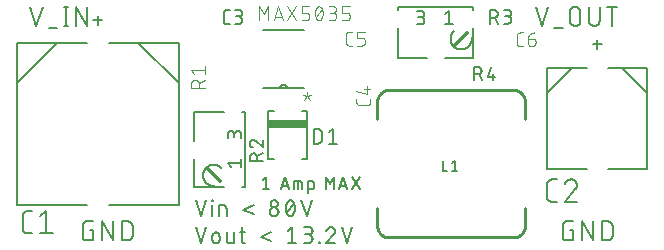
<source format=gto>
G75*
%MOIN*%
%OFA0B0*%
%FSLAX25Y25*%
%IPPOS*%
%LPD*%
%AMOC8*
5,1,8,0,0,1.08239X$1,22.5*
%
%ADD10C,0.00700*%
%ADD11C,0.00500*%
%ADD12C,0.00600*%
%ADD13C,0.00800*%
%ADD14C,0.00400*%
%ADD15R,0.12992X0.02500*%
%ADD16C,0.01000*%
%ADD17C,0.01200*%
D10*
X0074923Y0009763D02*
X0073157Y0015063D01*
X0076690Y0015063D02*
X0074923Y0009763D01*
X0078775Y0010941D02*
X0078775Y0012119D01*
X0078777Y0012186D01*
X0078783Y0012253D01*
X0078792Y0012320D01*
X0078806Y0012386D01*
X0078823Y0012451D01*
X0078844Y0012515D01*
X0078868Y0012578D01*
X0078896Y0012639D01*
X0078927Y0012698D01*
X0078962Y0012756D01*
X0079000Y0012811D01*
X0079041Y0012865D01*
X0079085Y0012916D01*
X0079132Y0012964D01*
X0079182Y0013009D01*
X0079234Y0013052D01*
X0079288Y0013091D01*
X0079345Y0013128D01*
X0079403Y0013161D01*
X0079464Y0013191D01*
X0079526Y0013217D01*
X0079589Y0013239D01*
X0079654Y0013258D01*
X0079719Y0013274D01*
X0079785Y0013285D01*
X0079852Y0013293D01*
X0079919Y0013297D01*
X0079987Y0013297D01*
X0080054Y0013293D01*
X0080121Y0013285D01*
X0080187Y0013274D01*
X0080252Y0013258D01*
X0080317Y0013239D01*
X0080380Y0013217D01*
X0080442Y0013191D01*
X0080503Y0013161D01*
X0080561Y0013128D01*
X0080618Y0013091D01*
X0080672Y0013052D01*
X0080724Y0013009D01*
X0080774Y0012964D01*
X0080821Y0012916D01*
X0080865Y0012865D01*
X0080906Y0012811D01*
X0080944Y0012756D01*
X0080979Y0012698D01*
X0081010Y0012639D01*
X0081038Y0012578D01*
X0081062Y0012515D01*
X0081083Y0012451D01*
X0081100Y0012386D01*
X0081114Y0012320D01*
X0081123Y0012253D01*
X0081129Y0012186D01*
X0081131Y0012119D01*
X0081131Y0010941D01*
X0081129Y0010874D01*
X0081123Y0010807D01*
X0081114Y0010740D01*
X0081100Y0010674D01*
X0081083Y0010609D01*
X0081062Y0010545D01*
X0081038Y0010482D01*
X0081010Y0010421D01*
X0080979Y0010362D01*
X0080944Y0010304D01*
X0080906Y0010249D01*
X0080865Y0010195D01*
X0080821Y0010144D01*
X0080774Y0010096D01*
X0080724Y0010051D01*
X0080672Y0010008D01*
X0080618Y0009969D01*
X0080561Y0009932D01*
X0080503Y0009899D01*
X0080442Y0009869D01*
X0080380Y0009843D01*
X0080317Y0009821D01*
X0080252Y0009802D01*
X0080187Y0009786D01*
X0080121Y0009775D01*
X0080054Y0009767D01*
X0079987Y0009763D01*
X0079919Y0009763D01*
X0079852Y0009767D01*
X0079785Y0009775D01*
X0079719Y0009786D01*
X0079654Y0009802D01*
X0079589Y0009821D01*
X0079526Y0009843D01*
X0079464Y0009869D01*
X0079403Y0009899D01*
X0079345Y0009932D01*
X0079288Y0009969D01*
X0079234Y0010008D01*
X0079182Y0010051D01*
X0079132Y0010096D01*
X0079085Y0010144D01*
X0079041Y0010195D01*
X0079000Y0010249D01*
X0078962Y0010304D01*
X0078927Y0010362D01*
X0078896Y0010421D01*
X0078868Y0010482D01*
X0078844Y0010545D01*
X0078823Y0010609D01*
X0078806Y0010674D01*
X0078792Y0010740D01*
X0078783Y0010807D01*
X0078777Y0010874D01*
X0078775Y0010941D01*
X0083626Y0010647D02*
X0083626Y0013297D01*
X0085981Y0013297D02*
X0085981Y0009763D01*
X0084509Y0009763D01*
X0084509Y0009764D02*
X0084451Y0009766D01*
X0084394Y0009772D01*
X0084337Y0009781D01*
X0084280Y0009794D01*
X0084225Y0009811D01*
X0084171Y0009831D01*
X0084118Y0009855D01*
X0084068Y0009882D01*
X0084018Y0009913D01*
X0083971Y0009946D01*
X0083927Y0009983D01*
X0083885Y0010023D01*
X0083845Y0010065D01*
X0083808Y0010109D01*
X0083775Y0010156D01*
X0083744Y0010206D01*
X0083717Y0010256D01*
X0083693Y0010309D01*
X0083673Y0010363D01*
X0083656Y0010418D01*
X0083643Y0010475D01*
X0083634Y0010532D01*
X0083628Y0010589D01*
X0083626Y0010647D01*
X0088588Y0010647D02*
X0088588Y0015063D01*
X0087999Y0013297D02*
X0089765Y0013297D01*
X0094893Y0011824D02*
X0098426Y0010352D01*
X0098426Y0013297D02*
X0094893Y0011824D01*
X0089765Y0009763D02*
X0089471Y0009763D01*
X0089471Y0009764D02*
X0089413Y0009766D01*
X0089356Y0009772D01*
X0089299Y0009781D01*
X0089242Y0009794D01*
X0089187Y0009811D01*
X0089133Y0009831D01*
X0089080Y0009855D01*
X0089030Y0009882D01*
X0088980Y0009913D01*
X0088933Y0009946D01*
X0088889Y0009983D01*
X0088847Y0010023D01*
X0088807Y0010065D01*
X0088770Y0010109D01*
X0088737Y0010156D01*
X0088706Y0010206D01*
X0088679Y0010256D01*
X0088655Y0010309D01*
X0088635Y0010363D01*
X0088618Y0010418D01*
X0088605Y0010475D01*
X0088596Y0010532D01*
X0088590Y0010589D01*
X0088588Y0010647D01*
X0103810Y0009763D02*
X0106755Y0009763D01*
X0105282Y0009763D02*
X0105282Y0015063D01*
X0103810Y0013886D01*
X0109199Y0015063D02*
X0110966Y0015063D01*
X0110966Y0015064D02*
X0111033Y0015062D01*
X0111100Y0015056D01*
X0111167Y0015047D01*
X0111233Y0015033D01*
X0111298Y0015016D01*
X0111362Y0014995D01*
X0111425Y0014971D01*
X0111486Y0014943D01*
X0111545Y0014912D01*
X0111603Y0014877D01*
X0111658Y0014839D01*
X0111712Y0014798D01*
X0111763Y0014754D01*
X0111811Y0014707D01*
X0111856Y0014657D01*
X0111899Y0014605D01*
X0111938Y0014551D01*
X0111975Y0014494D01*
X0112008Y0014436D01*
X0112038Y0014375D01*
X0112064Y0014313D01*
X0112086Y0014250D01*
X0112105Y0014185D01*
X0112121Y0014120D01*
X0112132Y0014054D01*
X0112140Y0013987D01*
X0112144Y0013920D01*
X0112144Y0013852D01*
X0112140Y0013785D01*
X0112132Y0013718D01*
X0112121Y0013652D01*
X0112105Y0013587D01*
X0112086Y0013522D01*
X0112064Y0013459D01*
X0112038Y0013397D01*
X0112008Y0013336D01*
X0111975Y0013278D01*
X0111938Y0013221D01*
X0111899Y0013167D01*
X0111856Y0013115D01*
X0111811Y0013065D01*
X0111763Y0013018D01*
X0111712Y0012974D01*
X0111658Y0012933D01*
X0111603Y0012895D01*
X0111545Y0012860D01*
X0111486Y0012829D01*
X0111425Y0012801D01*
X0111362Y0012777D01*
X0111298Y0012756D01*
X0111233Y0012739D01*
X0111167Y0012725D01*
X0111100Y0012716D01*
X0111033Y0012710D01*
X0110966Y0012708D01*
X0109788Y0012708D01*
X0110672Y0012708D02*
X0110748Y0012706D01*
X0110823Y0012700D01*
X0110899Y0012690D01*
X0110973Y0012677D01*
X0111047Y0012659D01*
X0111120Y0012638D01*
X0111191Y0012613D01*
X0111261Y0012585D01*
X0111330Y0012553D01*
X0111397Y0012517D01*
X0111462Y0012478D01*
X0111525Y0012436D01*
X0111586Y0012390D01*
X0111644Y0012342D01*
X0111699Y0012290D01*
X0111752Y0012236D01*
X0111802Y0012179D01*
X0111849Y0012120D01*
X0111893Y0012058D01*
X0111934Y0011994D01*
X0111971Y0011928D01*
X0112005Y0011860D01*
X0112036Y0011791D01*
X0112062Y0011720D01*
X0112085Y0011647D01*
X0112105Y0011574D01*
X0112120Y0011500D01*
X0112132Y0011425D01*
X0112140Y0011350D01*
X0112144Y0011274D01*
X0112144Y0011198D01*
X0112140Y0011122D01*
X0112132Y0011047D01*
X0112120Y0010972D01*
X0112105Y0010898D01*
X0112085Y0010825D01*
X0112062Y0010752D01*
X0112036Y0010681D01*
X0112005Y0010612D01*
X0111971Y0010544D01*
X0111934Y0010478D01*
X0111893Y0010414D01*
X0111849Y0010352D01*
X0111802Y0010293D01*
X0111752Y0010236D01*
X0111699Y0010182D01*
X0111644Y0010130D01*
X0111586Y0010082D01*
X0111525Y0010036D01*
X0111462Y0009994D01*
X0111397Y0009955D01*
X0111330Y0009919D01*
X0111261Y0009887D01*
X0111191Y0009859D01*
X0111120Y0009834D01*
X0111047Y0009813D01*
X0110973Y0009795D01*
X0110899Y0009782D01*
X0110823Y0009772D01*
X0110748Y0009766D01*
X0110672Y0009764D01*
X0110672Y0009763D02*
X0109199Y0009763D01*
X0114297Y0009763D02*
X0114591Y0009763D01*
X0114591Y0010058D01*
X0114297Y0010058D01*
X0114297Y0009763D01*
X0116744Y0009763D02*
X0119689Y0009763D01*
X0116744Y0009763D02*
X0119247Y0012708D01*
X0118364Y0015063D02*
X0118285Y0015061D01*
X0118206Y0015056D01*
X0118127Y0015046D01*
X0118049Y0015034D01*
X0117971Y0015017D01*
X0117895Y0014997D01*
X0117819Y0014973D01*
X0117744Y0014946D01*
X0117671Y0014916D01*
X0117600Y0014882D01*
X0117530Y0014844D01*
X0117461Y0014804D01*
X0117395Y0014760D01*
X0117331Y0014714D01*
X0117269Y0014664D01*
X0117210Y0014612D01*
X0117153Y0014557D01*
X0117098Y0014499D01*
X0117047Y0014439D01*
X0116998Y0014376D01*
X0116952Y0014312D01*
X0116910Y0014245D01*
X0116870Y0014176D01*
X0116834Y0014106D01*
X0116801Y0014034D01*
X0116771Y0013960D01*
X0116745Y0013885D01*
X0119246Y0012708D02*
X0119297Y0012759D01*
X0119345Y0012812D01*
X0119391Y0012868D01*
X0119434Y0012926D01*
X0119473Y0012986D01*
X0119510Y0013048D01*
X0119543Y0013112D01*
X0119573Y0013177D01*
X0119600Y0013244D01*
X0119623Y0013312D01*
X0119643Y0013382D01*
X0119659Y0013452D01*
X0119672Y0013523D01*
X0119681Y0013594D01*
X0119686Y0013666D01*
X0119688Y0013738D01*
X0119689Y0013738D02*
X0119687Y0013810D01*
X0119681Y0013881D01*
X0119672Y0013952D01*
X0119658Y0014023D01*
X0119641Y0014092D01*
X0119620Y0014161D01*
X0119595Y0014228D01*
X0119567Y0014294D01*
X0119535Y0014359D01*
X0119499Y0014421D01*
X0119461Y0014482D01*
X0119419Y0014540D01*
X0119374Y0014596D01*
X0119326Y0014649D01*
X0119275Y0014700D01*
X0119222Y0014748D01*
X0119166Y0014793D01*
X0119108Y0014835D01*
X0119047Y0014873D01*
X0118985Y0014909D01*
X0118920Y0014941D01*
X0118854Y0014969D01*
X0118787Y0014994D01*
X0118718Y0015015D01*
X0118649Y0015032D01*
X0118578Y0015046D01*
X0118507Y0015055D01*
X0118436Y0015061D01*
X0118364Y0015063D01*
X0121839Y0015063D02*
X0123606Y0009763D01*
X0125372Y0015063D01*
X0110133Y0018763D02*
X0111899Y0024063D01*
X0108366Y0024063D02*
X0110133Y0018763D01*
X0105773Y0019500D02*
X0105750Y0019440D01*
X0105724Y0019381D01*
X0105695Y0019324D01*
X0105662Y0019268D01*
X0105626Y0019215D01*
X0105587Y0019164D01*
X0105544Y0019116D01*
X0105499Y0019070D01*
X0105452Y0019026D01*
X0105402Y0018986D01*
X0105350Y0018949D01*
X0105295Y0018914D01*
X0105239Y0018883D01*
X0105181Y0018856D01*
X0105121Y0018832D01*
X0105060Y0018811D01*
X0104998Y0018794D01*
X0104935Y0018781D01*
X0104871Y0018772D01*
X0104807Y0018766D01*
X0104743Y0018764D01*
X0104679Y0018766D01*
X0104615Y0018772D01*
X0104551Y0018781D01*
X0104488Y0018794D01*
X0104426Y0018811D01*
X0104365Y0018832D01*
X0104305Y0018856D01*
X0104247Y0018883D01*
X0104191Y0018914D01*
X0104136Y0018949D01*
X0104084Y0018986D01*
X0104034Y0019026D01*
X0103987Y0019070D01*
X0103942Y0019116D01*
X0103899Y0019164D01*
X0103860Y0019215D01*
X0103824Y0019268D01*
X0103791Y0019324D01*
X0103762Y0019381D01*
X0103736Y0019440D01*
X0103713Y0019500D01*
X0103566Y0019941D02*
X0105921Y0022886D01*
X0105773Y0023327D02*
X0105750Y0023387D01*
X0105724Y0023446D01*
X0105695Y0023503D01*
X0105662Y0023559D01*
X0105626Y0023612D01*
X0105587Y0023663D01*
X0105544Y0023711D01*
X0105499Y0023757D01*
X0105452Y0023801D01*
X0105402Y0023841D01*
X0105350Y0023878D01*
X0105295Y0023913D01*
X0105239Y0023944D01*
X0105181Y0023971D01*
X0105121Y0023995D01*
X0105060Y0024016D01*
X0104998Y0024033D01*
X0104935Y0024046D01*
X0104871Y0024055D01*
X0104807Y0024061D01*
X0104743Y0024063D01*
X0104679Y0024061D01*
X0104615Y0024055D01*
X0104551Y0024046D01*
X0104488Y0024033D01*
X0104426Y0024016D01*
X0104365Y0023995D01*
X0104305Y0023971D01*
X0104247Y0023944D01*
X0104191Y0023913D01*
X0104136Y0023878D01*
X0104084Y0023841D01*
X0104034Y0023801D01*
X0103987Y0023757D01*
X0103942Y0023711D01*
X0103899Y0023663D01*
X0103860Y0023612D01*
X0103824Y0023559D01*
X0103791Y0023503D01*
X0103762Y0023446D01*
X0103736Y0023387D01*
X0103713Y0023327D01*
X0105774Y0023327D02*
X0105827Y0023215D01*
X0105876Y0023102D01*
X0105923Y0022987D01*
X0105966Y0022871D01*
X0106005Y0022753D01*
X0106042Y0022635D01*
X0106075Y0022515D01*
X0106104Y0022395D01*
X0106130Y0022274D01*
X0106153Y0022152D01*
X0106172Y0022030D01*
X0106188Y0021907D01*
X0106200Y0021784D01*
X0106209Y0021661D01*
X0106214Y0021537D01*
X0106216Y0021413D01*
X0103271Y0021413D02*
X0103273Y0021537D01*
X0103278Y0021661D01*
X0103287Y0021784D01*
X0103299Y0021907D01*
X0103315Y0022030D01*
X0103334Y0022152D01*
X0103357Y0022274D01*
X0103383Y0022395D01*
X0103412Y0022515D01*
X0103445Y0022635D01*
X0103482Y0022753D01*
X0103521Y0022870D01*
X0103564Y0022987D01*
X0103611Y0023101D01*
X0103660Y0023215D01*
X0103713Y0023327D01*
X0106216Y0021413D02*
X0106214Y0021289D01*
X0106209Y0021165D01*
X0106200Y0021042D01*
X0106188Y0020919D01*
X0106172Y0020796D01*
X0106153Y0020674D01*
X0106130Y0020552D01*
X0106104Y0020431D01*
X0106075Y0020311D01*
X0106042Y0020191D01*
X0106005Y0020073D01*
X0105966Y0019956D01*
X0105923Y0019839D01*
X0105876Y0019725D01*
X0105827Y0019611D01*
X0105774Y0019499D01*
X0103713Y0019499D02*
X0103660Y0019611D01*
X0103611Y0019725D01*
X0103564Y0019839D01*
X0103521Y0019956D01*
X0103482Y0020073D01*
X0103445Y0020191D01*
X0103412Y0020311D01*
X0103383Y0020431D01*
X0103357Y0020552D01*
X0103334Y0020674D01*
X0103315Y0020796D01*
X0103299Y0020919D01*
X0103287Y0021042D01*
X0103278Y0021165D01*
X0103273Y0021289D01*
X0103271Y0021413D01*
X0100826Y0020236D02*
X0100824Y0020160D01*
X0100818Y0020085D01*
X0100808Y0020009D01*
X0100795Y0019935D01*
X0100777Y0019861D01*
X0100756Y0019788D01*
X0100731Y0019717D01*
X0100703Y0019647D01*
X0100671Y0019578D01*
X0100635Y0019511D01*
X0100596Y0019446D01*
X0100554Y0019383D01*
X0100508Y0019322D01*
X0100460Y0019264D01*
X0100408Y0019209D01*
X0100354Y0019156D01*
X0100297Y0019106D01*
X0100238Y0019059D01*
X0100176Y0019015D01*
X0100112Y0018974D01*
X0100046Y0018937D01*
X0099978Y0018903D01*
X0099909Y0018872D01*
X0099838Y0018846D01*
X0099765Y0018823D01*
X0099692Y0018803D01*
X0099618Y0018788D01*
X0099543Y0018776D01*
X0099468Y0018768D01*
X0099392Y0018764D01*
X0099316Y0018764D01*
X0099240Y0018768D01*
X0099165Y0018776D01*
X0099090Y0018788D01*
X0099016Y0018803D01*
X0098943Y0018823D01*
X0098870Y0018846D01*
X0098799Y0018872D01*
X0098730Y0018903D01*
X0098662Y0018937D01*
X0098596Y0018974D01*
X0098532Y0019015D01*
X0098470Y0019059D01*
X0098411Y0019106D01*
X0098354Y0019156D01*
X0098300Y0019209D01*
X0098248Y0019264D01*
X0098200Y0019322D01*
X0098154Y0019383D01*
X0098112Y0019446D01*
X0098073Y0019511D01*
X0098037Y0019578D01*
X0098005Y0019647D01*
X0097977Y0019717D01*
X0097952Y0019788D01*
X0097931Y0019861D01*
X0097913Y0019935D01*
X0097900Y0020009D01*
X0097890Y0020085D01*
X0097884Y0020160D01*
X0097882Y0020236D01*
X0097884Y0020312D01*
X0097890Y0020387D01*
X0097900Y0020463D01*
X0097913Y0020537D01*
X0097931Y0020611D01*
X0097952Y0020684D01*
X0097977Y0020755D01*
X0098005Y0020825D01*
X0098037Y0020894D01*
X0098073Y0020961D01*
X0098112Y0021026D01*
X0098154Y0021089D01*
X0098200Y0021150D01*
X0098248Y0021208D01*
X0098300Y0021263D01*
X0098354Y0021316D01*
X0098411Y0021366D01*
X0098470Y0021413D01*
X0098532Y0021457D01*
X0098596Y0021498D01*
X0098662Y0021535D01*
X0098730Y0021569D01*
X0098799Y0021600D01*
X0098870Y0021626D01*
X0098943Y0021649D01*
X0099016Y0021669D01*
X0099090Y0021684D01*
X0099165Y0021696D01*
X0099240Y0021704D01*
X0099316Y0021708D01*
X0099392Y0021708D01*
X0099468Y0021704D01*
X0099543Y0021696D01*
X0099618Y0021684D01*
X0099692Y0021669D01*
X0099765Y0021649D01*
X0099838Y0021626D01*
X0099909Y0021600D01*
X0099978Y0021569D01*
X0100046Y0021535D01*
X0100112Y0021498D01*
X0100176Y0021457D01*
X0100238Y0021413D01*
X0100297Y0021366D01*
X0100354Y0021316D01*
X0100408Y0021263D01*
X0100460Y0021208D01*
X0100508Y0021150D01*
X0100554Y0021089D01*
X0100596Y0021026D01*
X0100635Y0020961D01*
X0100671Y0020894D01*
X0100703Y0020825D01*
X0100731Y0020755D01*
X0100756Y0020684D01*
X0100777Y0020611D01*
X0100795Y0020537D01*
X0100808Y0020463D01*
X0100818Y0020387D01*
X0100824Y0020312D01*
X0100826Y0020236D01*
X0100532Y0022886D02*
X0100530Y0022819D01*
X0100524Y0022752D01*
X0100515Y0022685D01*
X0100501Y0022619D01*
X0100484Y0022554D01*
X0100463Y0022490D01*
X0100439Y0022427D01*
X0100411Y0022366D01*
X0100380Y0022307D01*
X0100345Y0022249D01*
X0100307Y0022194D01*
X0100266Y0022140D01*
X0100222Y0022089D01*
X0100175Y0022041D01*
X0100125Y0021996D01*
X0100073Y0021953D01*
X0100019Y0021914D01*
X0099962Y0021877D01*
X0099904Y0021844D01*
X0099843Y0021814D01*
X0099781Y0021788D01*
X0099718Y0021766D01*
X0099653Y0021747D01*
X0099588Y0021731D01*
X0099522Y0021720D01*
X0099455Y0021712D01*
X0099388Y0021708D01*
X0099320Y0021708D01*
X0099253Y0021712D01*
X0099186Y0021720D01*
X0099120Y0021731D01*
X0099055Y0021747D01*
X0098990Y0021766D01*
X0098927Y0021788D01*
X0098865Y0021814D01*
X0098804Y0021844D01*
X0098746Y0021877D01*
X0098689Y0021914D01*
X0098635Y0021953D01*
X0098583Y0021996D01*
X0098533Y0022041D01*
X0098486Y0022089D01*
X0098442Y0022140D01*
X0098401Y0022194D01*
X0098363Y0022249D01*
X0098328Y0022307D01*
X0098297Y0022366D01*
X0098269Y0022427D01*
X0098245Y0022490D01*
X0098224Y0022554D01*
X0098207Y0022619D01*
X0098193Y0022685D01*
X0098184Y0022752D01*
X0098178Y0022819D01*
X0098176Y0022886D01*
X0098178Y0022953D01*
X0098184Y0023020D01*
X0098193Y0023087D01*
X0098207Y0023153D01*
X0098224Y0023218D01*
X0098245Y0023282D01*
X0098269Y0023345D01*
X0098297Y0023406D01*
X0098328Y0023465D01*
X0098363Y0023523D01*
X0098401Y0023578D01*
X0098442Y0023632D01*
X0098486Y0023683D01*
X0098533Y0023731D01*
X0098583Y0023776D01*
X0098635Y0023819D01*
X0098689Y0023858D01*
X0098746Y0023895D01*
X0098804Y0023928D01*
X0098865Y0023958D01*
X0098927Y0023984D01*
X0098990Y0024006D01*
X0099055Y0024025D01*
X0099120Y0024041D01*
X0099186Y0024052D01*
X0099253Y0024060D01*
X0099320Y0024064D01*
X0099388Y0024064D01*
X0099455Y0024060D01*
X0099522Y0024052D01*
X0099588Y0024041D01*
X0099653Y0024025D01*
X0099718Y0024006D01*
X0099781Y0023984D01*
X0099843Y0023958D01*
X0099904Y0023928D01*
X0099962Y0023895D01*
X0100019Y0023858D01*
X0100073Y0023819D01*
X0100125Y0023776D01*
X0100175Y0023731D01*
X0100222Y0023683D01*
X0100266Y0023632D01*
X0100307Y0023578D01*
X0100345Y0023523D01*
X0100380Y0023465D01*
X0100411Y0023406D01*
X0100439Y0023345D01*
X0100463Y0023282D01*
X0100484Y0023218D01*
X0100501Y0023153D01*
X0100515Y0023087D01*
X0100524Y0023020D01*
X0100530Y0022953D01*
X0100532Y0022886D01*
X0092498Y0022297D02*
X0088965Y0020824D01*
X0092498Y0019352D01*
X0083466Y0018763D02*
X0083466Y0021413D01*
X0083464Y0021471D01*
X0083458Y0021528D01*
X0083449Y0021585D01*
X0083436Y0021642D01*
X0083419Y0021697D01*
X0083399Y0021751D01*
X0083375Y0021804D01*
X0083348Y0021855D01*
X0083317Y0021904D01*
X0083284Y0021951D01*
X0083247Y0021995D01*
X0083207Y0022037D01*
X0083165Y0022077D01*
X0083121Y0022114D01*
X0083074Y0022147D01*
X0083025Y0022178D01*
X0082974Y0022205D01*
X0082921Y0022229D01*
X0082867Y0022249D01*
X0082812Y0022266D01*
X0082755Y0022279D01*
X0082698Y0022288D01*
X0082641Y0022294D01*
X0082583Y0022296D01*
X0082583Y0022297D02*
X0081111Y0022297D01*
X0081111Y0018763D01*
X0078696Y0018763D02*
X0078696Y0022297D01*
X0078843Y0023769D02*
X0078549Y0023769D01*
X0078549Y0024063D01*
X0078843Y0024063D01*
X0078843Y0023769D01*
X0076690Y0024063D02*
X0074923Y0018763D01*
X0073157Y0024063D01*
X0155635Y0033775D02*
X0157101Y0033775D01*
X0155635Y0033775D02*
X0155635Y0037075D01*
X0158623Y0036341D02*
X0159540Y0037075D01*
X0159540Y0033775D01*
X0158623Y0033775D02*
X0160457Y0033775D01*
D11*
X0127836Y0031663D02*
X0125169Y0027663D01*
X0123786Y0027663D02*
X0122453Y0031663D01*
X0121119Y0027663D01*
X0121453Y0028663D02*
X0123453Y0028663D01*
X0125169Y0031663D02*
X0127836Y0027663D01*
X0119331Y0027663D02*
X0119331Y0031663D01*
X0117998Y0029441D01*
X0116664Y0031663D01*
X0116664Y0027663D01*
X0112567Y0028330D02*
X0112567Y0029663D01*
X0112565Y0029713D01*
X0112560Y0029762D01*
X0112550Y0029811D01*
X0112537Y0029860D01*
X0112521Y0029907D01*
X0112501Y0029952D01*
X0112478Y0029997D01*
X0112451Y0030039D01*
X0112421Y0030079D01*
X0112389Y0030117D01*
X0112354Y0030152D01*
X0112316Y0030184D01*
X0112276Y0030214D01*
X0112234Y0030241D01*
X0112189Y0030264D01*
X0112144Y0030284D01*
X0112097Y0030300D01*
X0112048Y0030313D01*
X0111999Y0030323D01*
X0111950Y0030328D01*
X0111900Y0030330D01*
X0110789Y0030330D01*
X0110789Y0026330D01*
X0110789Y0027663D02*
X0111900Y0027663D01*
X0111950Y0027665D01*
X0111999Y0027670D01*
X0112048Y0027680D01*
X0112097Y0027693D01*
X0112144Y0027709D01*
X0112189Y0027729D01*
X0112234Y0027752D01*
X0112276Y0027779D01*
X0112316Y0027809D01*
X0112354Y0027841D01*
X0112389Y0027876D01*
X0112421Y0027914D01*
X0112451Y0027954D01*
X0112478Y0027997D01*
X0112501Y0028041D01*
X0112521Y0028086D01*
X0112537Y0028133D01*
X0112550Y0028182D01*
X0112560Y0028231D01*
X0112565Y0028280D01*
X0112567Y0028330D01*
X0108666Y0027663D02*
X0108666Y0029663D01*
X0108664Y0029713D01*
X0108659Y0029762D01*
X0108649Y0029811D01*
X0108636Y0029860D01*
X0108620Y0029907D01*
X0108600Y0029952D01*
X0108577Y0029997D01*
X0108550Y0030039D01*
X0108520Y0030079D01*
X0108488Y0030117D01*
X0108453Y0030152D01*
X0108415Y0030184D01*
X0108375Y0030214D01*
X0108333Y0030241D01*
X0108288Y0030264D01*
X0108243Y0030284D01*
X0108196Y0030300D01*
X0108147Y0030313D01*
X0108098Y0030323D01*
X0108049Y0030328D01*
X0107999Y0030330D01*
X0105999Y0030330D01*
X0105999Y0027663D01*
X0107333Y0027663D02*
X0107333Y0030330D01*
X0103878Y0028663D02*
X0101878Y0028663D01*
X0101544Y0027663D02*
X0102878Y0031663D01*
X0104211Y0027663D01*
X0097779Y0027663D02*
X0095557Y0027663D01*
X0096668Y0027663D02*
X0096668Y0031663D01*
X0095557Y0030774D01*
X0088418Y0035112D02*
X0088418Y0037612D01*
X0088418Y0036362D02*
X0083918Y0036362D01*
X0084918Y0035112D01*
X0091218Y0037144D02*
X0091218Y0038394D01*
X0091220Y0038463D01*
X0091226Y0038532D01*
X0091235Y0038600D01*
X0091248Y0038667D01*
X0091265Y0038734D01*
X0091286Y0038800D01*
X0091310Y0038864D01*
X0091338Y0038927D01*
X0091369Y0038989D01*
X0091403Y0039049D01*
X0091441Y0039106D01*
X0091482Y0039162D01*
X0091525Y0039215D01*
X0091572Y0039266D01*
X0091621Y0039314D01*
X0091673Y0039359D01*
X0091728Y0039401D01*
X0091784Y0039440D01*
X0091843Y0039477D01*
X0091904Y0039509D01*
X0091966Y0039539D01*
X0092030Y0039565D01*
X0092095Y0039587D01*
X0092161Y0039606D01*
X0092228Y0039621D01*
X0092296Y0039632D01*
X0092365Y0039640D01*
X0092434Y0039644D01*
X0092502Y0039644D01*
X0092571Y0039640D01*
X0092640Y0039632D01*
X0092708Y0039621D01*
X0092775Y0039606D01*
X0092841Y0039587D01*
X0092906Y0039565D01*
X0092970Y0039539D01*
X0093032Y0039509D01*
X0093093Y0039477D01*
X0093152Y0039440D01*
X0093208Y0039401D01*
X0093263Y0039359D01*
X0093315Y0039314D01*
X0093364Y0039266D01*
X0093411Y0039215D01*
X0093454Y0039162D01*
X0093495Y0039106D01*
X0093533Y0039049D01*
X0093567Y0038989D01*
X0093598Y0038927D01*
X0093626Y0038864D01*
X0093650Y0038800D01*
X0093671Y0038734D01*
X0093688Y0038667D01*
X0093701Y0038600D01*
X0093710Y0038532D01*
X0093716Y0038463D01*
X0093718Y0038394D01*
X0093718Y0037144D01*
X0095718Y0037144D02*
X0091218Y0037144D01*
X0093718Y0038644D02*
X0095718Y0039644D01*
X0095718Y0041612D02*
X0095718Y0044112D01*
X0095718Y0041612D02*
X0093218Y0043737D01*
X0091219Y0042987D02*
X0091221Y0042914D01*
X0091226Y0042842D01*
X0091235Y0042770D01*
X0091248Y0042698D01*
X0091264Y0042627D01*
X0091284Y0042557D01*
X0091308Y0042489D01*
X0091334Y0042421D01*
X0091365Y0042355D01*
X0091398Y0042290D01*
X0091435Y0042228D01*
X0091474Y0042167D01*
X0091517Y0042108D01*
X0091563Y0042051D01*
X0091611Y0041997D01*
X0091662Y0041946D01*
X0091716Y0041896D01*
X0091772Y0041850D01*
X0091830Y0041807D01*
X0091891Y0041766D01*
X0091953Y0041729D01*
X0092017Y0041695D01*
X0092083Y0041664D01*
X0092150Y0041636D01*
X0092219Y0041612D01*
X0093218Y0043736D02*
X0093172Y0043782D01*
X0093123Y0043826D01*
X0093072Y0043866D01*
X0093019Y0043904D01*
X0092964Y0043939D01*
X0092907Y0043971D01*
X0092849Y0044000D01*
X0092789Y0044026D01*
X0092727Y0044048D01*
X0092665Y0044067D01*
X0092602Y0044083D01*
X0092538Y0044095D01*
X0092473Y0044104D01*
X0092408Y0044109D01*
X0092343Y0044111D01*
X0092343Y0044112D02*
X0092278Y0044110D01*
X0092212Y0044104D01*
X0092148Y0044095D01*
X0092084Y0044082D01*
X0092020Y0044065D01*
X0091958Y0044044D01*
X0091897Y0044020D01*
X0091838Y0043992D01*
X0091781Y0043961D01*
X0091725Y0043927D01*
X0091671Y0043889D01*
X0091620Y0043849D01*
X0091571Y0043805D01*
X0091525Y0043759D01*
X0091481Y0043710D01*
X0091441Y0043659D01*
X0091403Y0043605D01*
X0091369Y0043550D01*
X0091338Y0043492D01*
X0091310Y0043433D01*
X0091286Y0043372D01*
X0091265Y0043310D01*
X0091248Y0043246D01*
X0091235Y0043182D01*
X0091226Y0043118D01*
X0091220Y0043052D01*
X0091218Y0042987D01*
X0088418Y0044612D02*
X0088418Y0045862D01*
X0088416Y0045931D01*
X0088410Y0046000D01*
X0088401Y0046068D01*
X0088388Y0046135D01*
X0088371Y0046202D01*
X0088350Y0046268D01*
X0088326Y0046332D01*
X0088298Y0046395D01*
X0088267Y0046457D01*
X0088233Y0046517D01*
X0088195Y0046574D01*
X0088154Y0046630D01*
X0088111Y0046683D01*
X0088064Y0046734D01*
X0088015Y0046782D01*
X0087963Y0046827D01*
X0087908Y0046869D01*
X0087852Y0046908D01*
X0087793Y0046945D01*
X0087732Y0046977D01*
X0087670Y0047007D01*
X0087606Y0047033D01*
X0087541Y0047055D01*
X0087475Y0047074D01*
X0087408Y0047089D01*
X0087340Y0047100D01*
X0087271Y0047108D01*
X0087202Y0047112D01*
X0087134Y0047112D01*
X0087065Y0047108D01*
X0086996Y0047100D01*
X0086928Y0047089D01*
X0086861Y0047074D01*
X0086795Y0047055D01*
X0086730Y0047033D01*
X0086666Y0047007D01*
X0086604Y0046977D01*
X0086543Y0046945D01*
X0086484Y0046908D01*
X0086428Y0046869D01*
X0086373Y0046827D01*
X0086321Y0046782D01*
X0086272Y0046734D01*
X0086225Y0046683D01*
X0086182Y0046630D01*
X0086141Y0046574D01*
X0086103Y0046517D01*
X0086069Y0046457D01*
X0086038Y0046395D01*
X0086010Y0046332D01*
X0085986Y0046268D01*
X0085965Y0046202D01*
X0085948Y0046135D01*
X0085935Y0046068D01*
X0085926Y0046000D01*
X0085920Y0045931D01*
X0085918Y0045862D01*
X0085918Y0046112D02*
X0085918Y0045112D01*
X0085918Y0046112D02*
X0085916Y0046174D01*
X0085910Y0046235D01*
X0085901Y0046296D01*
X0085888Y0046356D01*
X0085871Y0046415D01*
X0085850Y0046473D01*
X0085826Y0046530D01*
X0085799Y0046585D01*
X0085768Y0046638D01*
X0085734Y0046690D01*
X0085697Y0046739D01*
X0085657Y0046786D01*
X0085614Y0046830D01*
X0085569Y0046871D01*
X0085521Y0046910D01*
X0085470Y0046946D01*
X0085418Y0046978D01*
X0085364Y0047007D01*
X0085308Y0047033D01*
X0085250Y0047055D01*
X0085192Y0047074D01*
X0085132Y0047089D01*
X0085071Y0047100D01*
X0085010Y0047108D01*
X0084949Y0047112D01*
X0084887Y0047112D01*
X0084826Y0047108D01*
X0084765Y0047100D01*
X0084704Y0047089D01*
X0084644Y0047074D01*
X0084586Y0047055D01*
X0084528Y0047033D01*
X0084472Y0047007D01*
X0084418Y0046978D01*
X0084366Y0046946D01*
X0084315Y0046910D01*
X0084267Y0046871D01*
X0084222Y0046830D01*
X0084179Y0046786D01*
X0084139Y0046739D01*
X0084102Y0046690D01*
X0084068Y0046638D01*
X0084037Y0046585D01*
X0084010Y0046530D01*
X0083986Y0046473D01*
X0083965Y0046415D01*
X0083948Y0046356D01*
X0083935Y0046296D01*
X0083926Y0046235D01*
X0083920Y0046174D01*
X0083918Y0046112D01*
X0083918Y0044612D01*
X0165998Y0063940D02*
X0165998Y0068440D01*
X0167248Y0068440D01*
X0167317Y0068438D01*
X0167386Y0068432D01*
X0167454Y0068423D01*
X0167521Y0068410D01*
X0167588Y0068393D01*
X0167654Y0068372D01*
X0167718Y0068348D01*
X0167781Y0068320D01*
X0167843Y0068289D01*
X0167903Y0068255D01*
X0167960Y0068217D01*
X0168016Y0068176D01*
X0168069Y0068133D01*
X0168120Y0068086D01*
X0168168Y0068037D01*
X0168213Y0067985D01*
X0168255Y0067930D01*
X0168294Y0067874D01*
X0168331Y0067815D01*
X0168363Y0067754D01*
X0168393Y0067692D01*
X0168419Y0067628D01*
X0168441Y0067563D01*
X0168460Y0067497D01*
X0168475Y0067430D01*
X0168486Y0067362D01*
X0168494Y0067293D01*
X0168498Y0067224D01*
X0168498Y0067156D01*
X0168494Y0067087D01*
X0168486Y0067018D01*
X0168475Y0066950D01*
X0168460Y0066883D01*
X0168441Y0066817D01*
X0168419Y0066752D01*
X0168393Y0066688D01*
X0168363Y0066626D01*
X0168331Y0066565D01*
X0168294Y0066506D01*
X0168255Y0066450D01*
X0168213Y0066395D01*
X0168168Y0066343D01*
X0168120Y0066294D01*
X0168069Y0066247D01*
X0168016Y0066204D01*
X0167960Y0066163D01*
X0167903Y0066125D01*
X0167843Y0066091D01*
X0167781Y0066060D01*
X0167718Y0066032D01*
X0167654Y0066008D01*
X0167588Y0065987D01*
X0167521Y0065970D01*
X0167454Y0065957D01*
X0167386Y0065948D01*
X0167317Y0065942D01*
X0167248Y0065940D01*
X0165998Y0065940D01*
X0167498Y0065940D02*
X0168498Y0063940D01*
X0170465Y0064940D02*
X0172965Y0064940D01*
X0172215Y0065940D02*
X0172215Y0063940D01*
X0170465Y0064940D02*
X0171465Y0068440D01*
X0158918Y0082612D02*
X0156418Y0082612D01*
X0157668Y0082612D02*
X0157668Y0087112D01*
X0156418Y0086112D01*
X0148418Y0085112D02*
X0148480Y0085114D01*
X0148541Y0085120D01*
X0148602Y0085129D01*
X0148662Y0085142D01*
X0148721Y0085159D01*
X0148779Y0085180D01*
X0148836Y0085204D01*
X0148891Y0085231D01*
X0148944Y0085262D01*
X0148996Y0085296D01*
X0149045Y0085333D01*
X0149092Y0085373D01*
X0149136Y0085416D01*
X0149177Y0085461D01*
X0149216Y0085509D01*
X0149252Y0085560D01*
X0149284Y0085612D01*
X0149313Y0085666D01*
X0149339Y0085722D01*
X0149361Y0085780D01*
X0149380Y0085838D01*
X0149395Y0085898D01*
X0149406Y0085959D01*
X0149414Y0086020D01*
X0149418Y0086081D01*
X0149418Y0086143D01*
X0149414Y0086204D01*
X0149406Y0086265D01*
X0149395Y0086326D01*
X0149380Y0086386D01*
X0149361Y0086444D01*
X0149339Y0086502D01*
X0149313Y0086558D01*
X0149284Y0086612D01*
X0149252Y0086664D01*
X0149216Y0086715D01*
X0149177Y0086763D01*
X0149136Y0086808D01*
X0149092Y0086851D01*
X0149045Y0086891D01*
X0148996Y0086928D01*
X0148944Y0086962D01*
X0148891Y0086993D01*
X0148836Y0087020D01*
X0148779Y0087044D01*
X0148721Y0087065D01*
X0148662Y0087082D01*
X0148602Y0087095D01*
X0148541Y0087104D01*
X0148480Y0087110D01*
X0148418Y0087112D01*
X0146918Y0087112D01*
X0147418Y0085112D02*
X0148418Y0085112D01*
X0148168Y0085112D02*
X0148237Y0085110D01*
X0148306Y0085104D01*
X0148374Y0085095D01*
X0148441Y0085082D01*
X0148508Y0085065D01*
X0148574Y0085044D01*
X0148638Y0085020D01*
X0148701Y0084992D01*
X0148763Y0084961D01*
X0148823Y0084927D01*
X0148880Y0084889D01*
X0148936Y0084848D01*
X0148989Y0084805D01*
X0149040Y0084758D01*
X0149088Y0084709D01*
X0149133Y0084657D01*
X0149175Y0084602D01*
X0149214Y0084546D01*
X0149251Y0084487D01*
X0149283Y0084426D01*
X0149313Y0084364D01*
X0149339Y0084300D01*
X0149361Y0084235D01*
X0149380Y0084169D01*
X0149395Y0084102D01*
X0149406Y0084034D01*
X0149414Y0083965D01*
X0149418Y0083896D01*
X0149418Y0083828D01*
X0149414Y0083759D01*
X0149406Y0083690D01*
X0149395Y0083622D01*
X0149380Y0083555D01*
X0149361Y0083489D01*
X0149339Y0083424D01*
X0149313Y0083360D01*
X0149283Y0083298D01*
X0149251Y0083237D01*
X0149214Y0083178D01*
X0149175Y0083122D01*
X0149133Y0083067D01*
X0149088Y0083015D01*
X0149040Y0082966D01*
X0148989Y0082919D01*
X0148936Y0082876D01*
X0148880Y0082835D01*
X0148823Y0082797D01*
X0148763Y0082763D01*
X0148701Y0082732D01*
X0148638Y0082704D01*
X0148574Y0082680D01*
X0148508Y0082659D01*
X0148441Y0082642D01*
X0148374Y0082629D01*
X0148306Y0082620D01*
X0148237Y0082614D01*
X0148168Y0082612D01*
X0146918Y0082612D01*
X0171418Y0082912D02*
X0171418Y0087412D01*
X0172668Y0087412D01*
X0175886Y0087412D02*
X0177386Y0087412D01*
X0177448Y0087410D01*
X0177509Y0087404D01*
X0177570Y0087395D01*
X0177630Y0087382D01*
X0177689Y0087365D01*
X0177747Y0087344D01*
X0177804Y0087320D01*
X0177859Y0087293D01*
X0177912Y0087262D01*
X0177964Y0087228D01*
X0178013Y0087191D01*
X0178060Y0087151D01*
X0178104Y0087108D01*
X0178145Y0087063D01*
X0178184Y0087015D01*
X0178220Y0086964D01*
X0178252Y0086912D01*
X0178281Y0086858D01*
X0178307Y0086802D01*
X0178329Y0086744D01*
X0178348Y0086686D01*
X0178363Y0086626D01*
X0178374Y0086565D01*
X0178382Y0086504D01*
X0178386Y0086443D01*
X0178386Y0086381D01*
X0178382Y0086320D01*
X0178374Y0086259D01*
X0178363Y0086198D01*
X0178348Y0086138D01*
X0178329Y0086080D01*
X0178307Y0086022D01*
X0178281Y0085966D01*
X0178252Y0085912D01*
X0178220Y0085860D01*
X0178184Y0085809D01*
X0178145Y0085761D01*
X0178104Y0085716D01*
X0178060Y0085673D01*
X0178013Y0085633D01*
X0177964Y0085596D01*
X0177912Y0085562D01*
X0177859Y0085531D01*
X0177804Y0085504D01*
X0177747Y0085480D01*
X0177689Y0085459D01*
X0177630Y0085442D01*
X0177570Y0085429D01*
X0177509Y0085420D01*
X0177448Y0085414D01*
X0177386Y0085412D01*
X0176386Y0085412D01*
X0177136Y0085412D02*
X0177205Y0085410D01*
X0177274Y0085404D01*
X0177342Y0085395D01*
X0177409Y0085382D01*
X0177476Y0085365D01*
X0177542Y0085344D01*
X0177606Y0085320D01*
X0177669Y0085292D01*
X0177731Y0085261D01*
X0177791Y0085227D01*
X0177848Y0085189D01*
X0177904Y0085148D01*
X0177957Y0085105D01*
X0178008Y0085058D01*
X0178056Y0085009D01*
X0178101Y0084957D01*
X0178143Y0084902D01*
X0178182Y0084846D01*
X0178219Y0084787D01*
X0178251Y0084726D01*
X0178281Y0084664D01*
X0178307Y0084600D01*
X0178329Y0084535D01*
X0178348Y0084469D01*
X0178363Y0084402D01*
X0178374Y0084334D01*
X0178382Y0084265D01*
X0178386Y0084196D01*
X0178386Y0084128D01*
X0178382Y0084059D01*
X0178374Y0083990D01*
X0178363Y0083922D01*
X0178348Y0083855D01*
X0178329Y0083789D01*
X0178307Y0083724D01*
X0178281Y0083660D01*
X0178251Y0083598D01*
X0178219Y0083537D01*
X0178182Y0083478D01*
X0178143Y0083422D01*
X0178101Y0083367D01*
X0178056Y0083315D01*
X0178008Y0083266D01*
X0177957Y0083219D01*
X0177904Y0083176D01*
X0177848Y0083135D01*
X0177791Y0083097D01*
X0177731Y0083063D01*
X0177669Y0083032D01*
X0177606Y0083004D01*
X0177542Y0082980D01*
X0177476Y0082959D01*
X0177409Y0082942D01*
X0177342Y0082929D01*
X0177274Y0082920D01*
X0177205Y0082914D01*
X0177136Y0082912D01*
X0175886Y0082912D01*
X0173918Y0082912D02*
X0172918Y0084912D01*
X0172668Y0084912D02*
X0171418Y0084912D01*
X0172668Y0084912D02*
X0172737Y0084914D01*
X0172806Y0084920D01*
X0172874Y0084929D01*
X0172941Y0084942D01*
X0173008Y0084959D01*
X0173074Y0084980D01*
X0173138Y0085004D01*
X0173201Y0085032D01*
X0173263Y0085063D01*
X0173323Y0085097D01*
X0173380Y0085135D01*
X0173436Y0085176D01*
X0173489Y0085219D01*
X0173540Y0085266D01*
X0173588Y0085315D01*
X0173633Y0085367D01*
X0173675Y0085422D01*
X0173714Y0085478D01*
X0173751Y0085537D01*
X0173783Y0085598D01*
X0173813Y0085660D01*
X0173839Y0085724D01*
X0173861Y0085789D01*
X0173880Y0085855D01*
X0173895Y0085922D01*
X0173906Y0085990D01*
X0173914Y0086059D01*
X0173918Y0086128D01*
X0173918Y0086196D01*
X0173914Y0086265D01*
X0173906Y0086334D01*
X0173895Y0086402D01*
X0173880Y0086469D01*
X0173861Y0086535D01*
X0173839Y0086600D01*
X0173813Y0086664D01*
X0173783Y0086726D01*
X0173751Y0086787D01*
X0173714Y0086846D01*
X0173675Y0086902D01*
X0173633Y0086957D01*
X0173588Y0087009D01*
X0173540Y0087058D01*
X0173489Y0087105D01*
X0173436Y0087148D01*
X0173380Y0087189D01*
X0173323Y0087227D01*
X0173263Y0087261D01*
X0173201Y0087292D01*
X0173138Y0087320D01*
X0173074Y0087344D01*
X0173008Y0087365D01*
X0172941Y0087382D01*
X0172874Y0087395D01*
X0172806Y0087404D01*
X0172737Y0087410D01*
X0172668Y0087412D01*
X0087746Y0087351D02*
X0086246Y0087351D01*
X0084481Y0087351D02*
X0083481Y0087351D01*
X0083421Y0087349D01*
X0083360Y0087344D01*
X0083301Y0087335D01*
X0083242Y0087322D01*
X0083183Y0087306D01*
X0083126Y0087286D01*
X0083071Y0087263D01*
X0083016Y0087236D01*
X0082964Y0087207D01*
X0082913Y0087174D01*
X0082864Y0087138D01*
X0082818Y0087100D01*
X0082774Y0087058D01*
X0082732Y0087014D01*
X0082694Y0086968D01*
X0082658Y0086919D01*
X0082625Y0086868D01*
X0082596Y0086816D01*
X0082569Y0086761D01*
X0082546Y0086706D01*
X0082526Y0086649D01*
X0082510Y0086590D01*
X0082497Y0086531D01*
X0082488Y0086472D01*
X0082483Y0086411D01*
X0082481Y0086351D01*
X0082481Y0083851D01*
X0082483Y0083791D01*
X0082488Y0083730D01*
X0082497Y0083671D01*
X0082510Y0083612D01*
X0082526Y0083553D01*
X0082546Y0083496D01*
X0082569Y0083441D01*
X0082596Y0083386D01*
X0082625Y0083334D01*
X0082658Y0083283D01*
X0082694Y0083234D01*
X0082732Y0083188D01*
X0082774Y0083144D01*
X0082818Y0083102D01*
X0082864Y0083064D01*
X0082913Y0083028D01*
X0082964Y0082995D01*
X0083016Y0082966D01*
X0083071Y0082939D01*
X0083126Y0082916D01*
X0083183Y0082896D01*
X0083242Y0082880D01*
X0083301Y0082867D01*
X0083360Y0082858D01*
X0083421Y0082853D01*
X0083481Y0082851D01*
X0084481Y0082851D01*
X0086246Y0082851D02*
X0087496Y0082851D01*
X0087565Y0082853D01*
X0087634Y0082859D01*
X0087702Y0082868D01*
X0087769Y0082881D01*
X0087836Y0082898D01*
X0087902Y0082919D01*
X0087966Y0082943D01*
X0088029Y0082971D01*
X0088091Y0083002D01*
X0088151Y0083036D01*
X0088208Y0083074D01*
X0088264Y0083115D01*
X0088317Y0083158D01*
X0088368Y0083205D01*
X0088416Y0083254D01*
X0088461Y0083306D01*
X0088503Y0083361D01*
X0088542Y0083417D01*
X0088579Y0083476D01*
X0088611Y0083537D01*
X0088641Y0083599D01*
X0088667Y0083663D01*
X0088689Y0083728D01*
X0088708Y0083794D01*
X0088723Y0083861D01*
X0088734Y0083929D01*
X0088742Y0083998D01*
X0088746Y0084067D01*
X0088746Y0084135D01*
X0088742Y0084204D01*
X0088734Y0084273D01*
X0088723Y0084341D01*
X0088708Y0084408D01*
X0088689Y0084474D01*
X0088667Y0084539D01*
X0088641Y0084603D01*
X0088611Y0084665D01*
X0088579Y0084726D01*
X0088542Y0084785D01*
X0088503Y0084841D01*
X0088461Y0084896D01*
X0088416Y0084948D01*
X0088368Y0084997D01*
X0088317Y0085044D01*
X0088264Y0085087D01*
X0088208Y0085128D01*
X0088151Y0085166D01*
X0088091Y0085200D01*
X0088029Y0085231D01*
X0087966Y0085259D01*
X0087902Y0085283D01*
X0087836Y0085304D01*
X0087769Y0085321D01*
X0087702Y0085334D01*
X0087634Y0085343D01*
X0087565Y0085349D01*
X0087496Y0085351D01*
X0087746Y0085351D02*
X0086746Y0085351D01*
X0087746Y0085351D02*
X0087808Y0085353D01*
X0087869Y0085359D01*
X0087930Y0085368D01*
X0087990Y0085381D01*
X0088049Y0085398D01*
X0088107Y0085419D01*
X0088164Y0085443D01*
X0088219Y0085470D01*
X0088272Y0085501D01*
X0088324Y0085535D01*
X0088373Y0085572D01*
X0088420Y0085612D01*
X0088464Y0085655D01*
X0088505Y0085700D01*
X0088544Y0085748D01*
X0088580Y0085799D01*
X0088612Y0085851D01*
X0088641Y0085905D01*
X0088667Y0085961D01*
X0088689Y0086019D01*
X0088708Y0086077D01*
X0088723Y0086137D01*
X0088734Y0086198D01*
X0088742Y0086259D01*
X0088746Y0086320D01*
X0088746Y0086382D01*
X0088742Y0086443D01*
X0088734Y0086504D01*
X0088723Y0086565D01*
X0088708Y0086625D01*
X0088689Y0086683D01*
X0088667Y0086741D01*
X0088641Y0086797D01*
X0088612Y0086851D01*
X0088580Y0086903D01*
X0088544Y0086954D01*
X0088505Y0087002D01*
X0088464Y0087047D01*
X0088420Y0087090D01*
X0088373Y0087130D01*
X0088324Y0087167D01*
X0088272Y0087201D01*
X0088219Y0087232D01*
X0088164Y0087259D01*
X0088107Y0087283D01*
X0088049Y0087304D01*
X0087990Y0087321D01*
X0087930Y0087334D01*
X0087869Y0087343D01*
X0087808Y0087349D01*
X0087746Y0087351D01*
D12*
X0095554Y0080907D02*
X0109354Y0080907D01*
X0140668Y0081362D02*
X0140668Y0071362D01*
X0150168Y0071362D01*
X0156168Y0071362D02*
X0165668Y0071362D01*
X0165668Y0081362D01*
X0165168Y0078362D02*
X0165183Y0078245D01*
X0165194Y0078128D01*
X0165201Y0078010D01*
X0165204Y0077892D01*
X0165203Y0077774D01*
X0165198Y0077656D01*
X0165189Y0077539D01*
X0165176Y0077421D01*
X0165160Y0077305D01*
X0165139Y0077189D01*
X0165115Y0077073D01*
X0165087Y0076959D01*
X0165055Y0076845D01*
X0165019Y0076733D01*
X0164979Y0076622D01*
X0164936Y0076512D01*
X0164889Y0076404D01*
X0164839Y0076297D01*
X0164785Y0076192D01*
X0164728Y0076089D01*
X0164667Y0075988D01*
X0164603Y0075889D01*
X0164535Y0075793D01*
X0164465Y0075698D01*
X0164391Y0075606D01*
X0164314Y0075517D01*
X0164234Y0075430D01*
X0164152Y0075345D01*
X0164067Y0075264D01*
X0163979Y0075185D01*
X0163888Y0075110D01*
X0163795Y0075037D01*
X0163700Y0074968D01*
X0163602Y0074902D01*
X0163502Y0074839D01*
X0163400Y0074779D01*
X0163297Y0074723D01*
X0163191Y0074671D01*
X0163084Y0074622D01*
X0162975Y0074576D01*
X0162865Y0074535D01*
X0162753Y0074497D01*
X0162640Y0074462D01*
X0162526Y0074432D01*
X0162412Y0074405D01*
X0162296Y0074382D01*
X0162180Y0074363D01*
X0162063Y0074348D01*
X0161945Y0074337D01*
X0161827Y0074330D01*
X0161710Y0074326D01*
X0161592Y0074327D01*
X0161474Y0074331D01*
X0161356Y0074340D01*
X0161239Y0074352D01*
X0161122Y0074368D01*
X0161006Y0074389D01*
X0160890Y0074413D01*
X0160776Y0074440D01*
X0160662Y0074472D01*
X0160550Y0074507D01*
X0160439Y0074547D01*
X0160329Y0074589D01*
X0160220Y0074636D01*
X0160114Y0074686D01*
X0160009Y0074740D01*
X0159905Y0074797D01*
X0159804Y0074857D01*
X0159705Y0074921D01*
X0159608Y0074988D01*
X0159513Y0075058D01*
X0159421Y0075132D01*
X0159331Y0075208D01*
X0159244Y0075288D01*
X0159159Y0075370D01*
X0159078Y0075455D01*
X0158999Y0075543D01*
X0158923Y0075633D01*
X0158850Y0075726D01*
X0158781Y0075821D01*
X0158714Y0075918D01*
X0158651Y0076018D01*
X0158591Y0076119D01*
X0158535Y0076223D01*
X0158482Y0076328D01*
X0158433Y0076435D01*
X0158387Y0076544D01*
X0158345Y0076654D01*
X0158306Y0076766D01*
X0158272Y0076879D01*
X0158241Y0076992D01*
X0158214Y0077107D01*
X0158190Y0077223D01*
X0158171Y0077339D01*
X0158155Y0077456D01*
X0158144Y0077573D01*
X0158136Y0077691D01*
X0158132Y0077809D01*
X0158133Y0077927D01*
X0158137Y0078045D01*
X0158145Y0078162D01*
X0158157Y0078280D01*
X0158173Y0078396D01*
X0158192Y0078513D01*
X0158216Y0078628D01*
X0158243Y0078743D01*
X0158275Y0078857D01*
X0158310Y0078969D01*
X0158349Y0079081D01*
X0158391Y0079191D01*
X0158437Y0079299D01*
X0158487Y0079406D01*
X0158540Y0079511D01*
X0158597Y0079615D01*
X0158657Y0079716D01*
X0158721Y0079815D01*
X0158787Y0079913D01*
X0158857Y0080008D01*
X0158930Y0080100D01*
X0159007Y0080190D01*
X0159086Y0080278D01*
X0159168Y0080362D01*
X0165668Y0087362D02*
X0165668Y0088362D01*
X0140668Y0088362D01*
X0140668Y0087362D01*
X0186468Y0088562D02*
X0188602Y0082162D01*
X0190735Y0088562D01*
X0197901Y0086784D02*
X0197901Y0083939D01*
X0197903Y0083856D01*
X0197909Y0083773D01*
X0197919Y0083690D01*
X0197932Y0083607D01*
X0197950Y0083526D01*
X0197971Y0083445D01*
X0197996Y0083366D01*
X0198025Y0083288D01*
X0198057Y0083211D01*
X0198093Y0083136D01*
X0198132Y0083062D01*
X0198175Y0082991D01*
X0198221Y0082921D01*
X0198271Y0082854D01*
X0198323Y0082789D01*
X0198378Y0082727D01*
X0198437Y0082667D01*
X0198498Y0082610D01*
X0198561Y0082556D01*
X0198627Y0082505D01*
X0198696Y0082458D01*
X0198766Y0082413D01*
X0198839Y0082372D01*
X0198913Y0082335D01*
X0198989Y0082300D01*
X0199067Y0082270D01*
X0199145Y0082243D01*
X0199226Y0082220D01*
X0199307Y0082200D01*
X0199389Y0082185D01*
X0199471Y0082173D01*
X0199554Y0082165D01*
X0199637Y0082161D01*
X0199721Y0082161D01*
X0199804Y0082165D01*
X0199887Y0082173D01*
X0199969Y0082185D01*
X0200051Y0082200D01*
X0200132Y0082220D01*
X0200213Y0082243D01*
X0200291Y0082270D01*
X0200369Y0082300D01*
X0200445Y0082335D01*
X0200519Y0082372D01*
X0200592Y0082413D01*
X0200662Y0082458D01*
X0200731Y0082505D01*
X0200797Y0082556D01*
X0200860Y0082610D01*
X0200921Y0082667D01*
X0200980Y0082727D01*
X0201035Y0082789D01*
X0201087Y0082854D01*
X0201137Y0082921D01*
X0201183Y0082991D01*
X0201226Y0083062D01*
X0201265Y0083136D01*
X0201301Y0083211D01*
X0201333Y0083288D01*
X0201362Y0083366D01*
X0201387Y0083445D01*
X0201408Y0083526D01*
X0201426Y0083607D01*
X0201439Y0083690D01*
X0201449Y0083773D01*
X0201455Y0083856D01*
X0201457Y0083939D01*
X0201457Y0086784D01*
X0201455Y0086867D01*
X0201449Y0086950D01*
X0201439Y0087033D01*
X0201426Y0087116D01*
X0201408Y0087197D01*
X0201387Y0087278D01*
X0201362Y0087357D01*
X0201333Y0087435D01*
X0201301Y0087512D01*
X0201265Y0087587D01*
X0201226Y0087661D01*
X0201183Y0087732D01*
X0201137Y0087802D01*
X0201087Y0087869D01*
X0201035Y0087934D01*
X0200980Y0087996D01*
X0200921Y0088056D01*
X0200860Y0088113D01*
X0200797Y0088167D01*
X0200731Y0088218D01*
X0200662Y0088265D01*
X0200592Y0088310D01*
X0200519Y0088351D01*
X0200445Y0088388D01*
X0200369Y0088423D01*
X0200291Y0088453D01*
X0200213Y0088480D01*
X0200132Y0088503D01*
X0200051Y0088523D01*
X0199969Y0088538D01*
X0199887Y0088550D01*
X0199804Y0088558D01*
X0199721Y0088562D01*
X0199637Y0088562D01*
X0199554Y0088558D01*
X0199471Y0088550D01*
X0199389Y0088538D01*
X0199307Y0088523D01*
X0199226Y0088503D01*
X0199145Y0088480D01*
X0199067Y0088453D01*
X0198989Y0088423D01*
X0198913Y0088388D01*
X0198839Y0088351D01*
X0198766Y0088310D01*
X0198696Y0088265D01*
X0198627Y0088218D01*
X0198561Y0088167D01*
X0198498Y0088113D01*
X0198437Y0088056D01*
X0198378Y0087996D01*
X0198323Y0087934D01*
X0198271Y0087869D01*
X0198221Y0087802D01*
X0198175Y0087732D01*
X0198132Y0087661D01*
X0198093Y0087587D01*
X0198057Y0087512D01*
X0198025Y0087435D01*
X0197996Y0087357D01*
X0197971Y0087278D01*
X0197950Y0087197D01*
X0197932Y0087116D01*
X0197919Y0087033D01*
X0197909Y0086950D01*
X0197903Y0086867D01*
X0197901Y0086784D01*
X0204260Y0088562D02*
X0204260Y0083939D01*
X0204262Y0083856D01*
X0204268Y0083773D01*
X0204278Y0083690D01*
X0204291Y0083607D01*
X0204309Y0083526D01*
X0204330Y0083445D01*
X0204355Y0083366D01*
X0204384Y0083288D01*
X0204416Y0083211D01*
X0204452Y0083136D01*
X0204491Y0083062D01*
X0204534Y0082991D01*
X0204580Y0082921D01*
X0204630Y0082854D01*
X0204682Y0082789D01*
X0204737Y0082727D01*
X0204796Y0082667D01*
X0204857Y0082610D01*
X0204920Y0082556D01*
X0204986Y0082505D01*
X0205055Y0082458D01*
X0205125Y0082413D01*
X0205198Y0082372D01*
X0205272Y0082335D01*
X0205348Y0082300D01*
X0205426Y0082270D01*
X0205504Y0082243D01*
X0205585Y0082220D01*
X0205666Y0082200D01*
X0205748Y0082185D01*
X0205830Y0082173D01*
X0205913Y0082165D01*
X0205996Y0082161D01*
X0206080Y0082161D01*
X0206163Y0082165D01*
X0206246Y0082173D01*
X0206328Y0082185D01*
X0206410Y0082200D01*
X0206491Y0082220D01*
X0206572Y0082243D01*
X0206650Y0082270D01*
X0206728Y0082300D01*
X0206804Y0082335D01*
X0206878Y0082372D01*
X0206951Y0082413D01*
X0207021Y0082458D01*
X0207090Y0082505D01*
X0207156Y0082556D01*
X0207219Y0082610D01*
X0207280Y0082667D01*
X0207339Y0082727D01*
X0207394Y0082789D01*
X0207446Y0082854D01*
X0207496Y0082921D01*
X0207542Y0082991D01*
X0207585Y0083062D01*
X0207624Y0083136D01*
X0207660Y0083211D01*
X0207692Y0083288D01*
X0207721Y0083366D01*
X0207746Y0083445D01*
X0207767Y0083526D01*
X0207785Y0083607D01*
X0207798Y0083690D01*
X0207808Y0083773D01*
X0207814Y0083856D01*
X0207816Y0083939D01*
X0207816Y0088562D01*
X0210209Y0088562D02*
X0213765Y0088562D01*
X0211987Y0088562D02*
X0211987Y0082162D01*
X0206972Y0077476D02*
X0206972Y0074476D01*
X0208472Y0075976D02*
X0205472Y0075976D01*
X0195562Y0081451D02*
X0192718Y0081451D01*
X0190272Y0067976D02*
X0190272Y0034576D01*
X0203472Y0034576D01*
X0210472Y0034576D02*
X0223672Y0034576D01*
X0223672Y0067976D01*
X0210472Y0067976D01*
X0215372Y0067976D02*
X0223672Y0059676D01*
X0203472Y0067976D02*
X0198572Y0067976D01*
X0190272Y0059676D01*
X0190272Y0067976D02*
X0198572Y0067976D01*
X0119021Y0047822D02*
X0119021Y0042922D01*
X0120382Y0042922D02*
X0117659Y0042922D01*
X0115267Y0044283D02*
X0115267Y0046461D01*
X0115265Y0046532D01*
X0115260Y0046603D01*
X0115250Y0046674D01*
X0115237Y0046744D01*
X0115221Y0046813D01*
X0115200Y0046882D01*
X0115177Y0046949D01*
X0115149Y0047015D01*
X0115119Y0047079D01*
X0115085Y0047141D01*
X0115047Y0047202D01*
X0115007Y0047261D01*
X0114964Y0047317D01*
X0114917Y0047372D01*
X0114868Y0047423D01*
X0114817Y0047472D01*
X0114763Y0047519D01*
X0114706Y0047562D01*
X0114647Y0047602D01*
X0114587Y0047640D01*
X0114524Y0047674D01*
X0114460Y0047704D01*
X0114394Y0047732D01*
X0114327Y0047755D01*
X0114258Y0047776D01*
X0114189Y0047792D01*
X0114119Y0047805D01*
X0114048Y0047815D01*
X0113977Y0047820D01*
X0113906Y0047822D01*
X0112544Y0047822D01*
X0112544Y0042922D01*
X0113906Y0042922D01*
X0113980Y0042924D01*
X0114053Y0042930D01*
X0114126Y0042940D01*
X0114199Y0042954D01*
X0114270Y0042972D01*
X0114341Y0042993D01*
X0114410Y0043019D01*
X0114477Y0043048D01*
X0114544Y0043081D01*
X0114608Y0043117D01*
X0114670Y0043157D01*
X0114730Y0043200D01*
X0114787Y0043246D01*
X0114842Y0043295D01*
X0114894Y0043347D01*
X0114943Y0043402D01*
X0114989Y0043459D01*
X0115032Y0043519D01*
X0115072Y0043581D01*
X0115108Y0043645D01*
X0115141Y0043712D01*
X0115170Y0043779D01*
X0115196Y0043848D01*
X0115217Y0043919D01*
X0115235Y0043990D01*
X0115249Y0044063D01*
X0115259Y0044136D01*
X0115265Y0044209D01*
X0115267Y0044283D01*
X0117659Y0046733D02*
X0119021Y0047822D01*
X0110381Y0053682D02*
X0108610Y0053682D01*
X0110381Y0053682D02*
X0110381Y0037737D01*
X0108610Y0037737D01*
X0099161Y0037737D02*
X0097389Y0037737D01*
X0097389Y0053682D01*
X0099161Y0053682D01*
X0089668Y0053362D02*
X0088668Y0053362D01*
X0089668Y0053362D02*
X0089668Y0028362D01*
X0088668Y0028362D01*
X0082668Y0028362D02*
X0072668Y0028362D01*
X0072668Y0037862D01*
X0081668Y0034862D02*
X0081584Y0034944D01*
X0081496Y0035023D01*
X0081406Y0035100D01*
X0081314Y0035173D01*
X0081219Y0035243D01*
X0081121Y0035309D01*
X0081022Y0035373D01*
X0080921Y0035433D01*
X0080817Y0035490D01*
X0080712Y0035543D01*
X0080605Y0035593D01*
X0080497Y0035639D01*
X0080387Y0035681D01*
X0080275Y0035720D01*
X0080163Y0035755D01*
X0080049Y0035787D01*
X0079934Y0035814D01*
X0079819Y0035838D01*
X0079702Y0035857D01*
X0079586Y0035873D01*
X0079468Y0035885D01*
X0079351Y0035893D01*
X0079233Y0035897D01*
X0079115Y0035898D01*
X0078997Y0035894D01*
X0078879Y0035886D01*
X0078762Y0035875D01*
X0078645Y0035859D01*
X0078529Y0035840D01*
X0078413Y0035816D01*
X0078298Y0035789D01*
X0078185Y0035758D01*
X0078072Y0035724D01*
X0077960Y0035685D01*
X0077850Y0035643D01*
X0077741Y0035597D01*
X0077634Y0035548D01*
X0077529Y0035495D01*
X0077425Y0035439D01*
X0077324Y0035379D01*
X0077224Y0035316D01*
X0077127Y0035249D01*
X0077032Y0035180D01*
X0076939Y0035107D01*
X0076849Y0035031D01*
X0076761Y0034952D01*
X0076676Y0034871D01*
X0076594Y0034786D01*
X0076514Y0034699D01*
X0076438Y0034609D01*
X0076364Y0034517D01*
X0076294Y0034422D01*
X0076227Y0034325D01*
X0076163Y0034226D01*
X0076103Y0034125D01*
X0076046Y0034021D01*
X0075992Y0033916D01*
X0075942Y0033810D01*
X0075895Y0033701D01*
X0075853Y0033591D01*
X0075813Y0033480D01*
X0075778Y0033368D01*
X0075746Y0033254D01*
X0075719Y0033140D01*
X0075695Y0033024D01*
X0075674Y0032908D01*
X0075658Y0032791D01*
X0075646Y0032674D01*
X0075637Y0032556D01*
X0075633Y0032438D01*
X0075632Y0032320D01*
X0075636Y0032203D01*
X0075643Y0032085D01*
X0075654Y0031967D01*
X0075669Y0031850D01*
X0075688Y0031734D01*
X0075711Y0031618D01*
X0075738Y0031504D01*
X0075768Y0031390D01*
X0075803Y0031277D01*
X0075841Y0031165D01*
X0075882Y0031055D01*
X0075928Y0030946D01*
X0075977Y0030839D01*
X0076029Y0030733D01*
X0076085Y0030630D01*
X0076145Y0030528D01*
X0076208Y0030428D01*
X0076274Y0030330D01*
X0076343Y0030235D01*
X0076416Y0030142D01*
X0076491Y0030051D01*
X0076570Y0029963D01*
X0076651Y0029878D01*
X0076736Y0029796D01*
X0076823Y0029716D01*
X0076912Y0029639D01*
X0077004Y0029565D01*
X0077099Y0029495D01*
X0077195Y0029427D01*
X0077294Y0029363D01*
X0077395Y0029302D01*
X0077498Y0029245D01*
X0077603Y0029191D01*
X0077710Y0029141D01*
X0077818Y0029094D01*
X0077928Y0029051D01*
X0078039Y0029011D01*
X0078151Y0028975D01*
X0078265Y0028943D01*
X0078379Y0028915D01*
X0078495Y0028891D01*
X0078611Y0028870D01*
X0078727Y0028854D01*
X0078845Y0028841D01*
X0078962Y0028832D01*
X0079080Y0028827D01*
X0079198Y0028826D01*
X0079316Y0028829D01*
X0079434Y0028836D01*
X0079551Y0028847D01*
X0079668Y0028862D01*
X0067533Y0022572D02*
X0067533Y0076572D01*
X0044233Y0076572D01*
X0036833Y0076572D02*
X0027033Y0076572D01*
X0013533Y0063072D01*
X0013533Y0076572D02*
X0013533Y0022572D01*
X0036833Y0022572D01*
X0044233Y0022572D02*
X0067533Y0022572D01*
X0052152Y0015284D02*
X0052152Y0012439D01*
X0052153Y0012439D02*
X0052151Y0012357D01*
X0052145Y0012275D01*
X0052136Y0012193D01*
X0052123Y0012112D01*
X0052106Y0012032D01*
X0052085Y0011952D01*
X0052061Y0011874D01*
X0052033Y0011797D01*
X0052002Y0011721D01*
X0051967Y0011646D01*
X0051928Y0011574D01*
X0051887Y0011503D01*
X0051842Y0011434D01*
X0051794Y0011368D01*
X0051743Y0011303D01*
X0051689Y0011241D01*
X0051632Y0011182D01*
X0051573Y0011125D01*
X0051511Y0011071D01*
X0051446Y0011020D01*
X0051380Y0010972D01*
X0051311Y0010927D01*
X0051240Y0010886D01*
X0051168Y0010847D01*
X0051093Y0010812D01*
X0051017Y0010781D01*
X0050940Y0010753D01*
X0050862Y0010729D01*
X0050782Y0010708D01*
X0050702Y0010691D01*
X0050621Y0010678D01*
X0050539Y0010669D01*
X0050457Y0010663D01*
X0050375Y0010661D01*
X0050375Y0010662D02*
X0048597Y0010662D01*
X0048597Y0017062D01*
X0050375Y0017062D01*
X0050457Y0017060D01*
X0050539Y0017054D01*
X0050621Y0017045D01*
X0050702Y0017032D01*
X0050782Y0017015D01*
X0050862Y0016994D01*
X0050940Y0016970D01*
X0051017Y0016942D01*
X0051093Y0016911D01*
X0051168Y0016876D01*
X0051240Y0016837D01*
X0051311Y0016796D01*
X0051380Y0016751D01*
X0051446Y0016703D01*
X0051511Y0016652D01*
X0051573Y0016598D01*
X0051632Y0016541D01*
X0051689Y0016482D01*
X0051743Y0016420D01*
X0051794Y0016355D01*
X0051842Y0016289D01*
X0051887Y0016220D01*
X0051928Y0016149D01*
X0051967Y0016077D01*
X0052002Y0016002D01*
X0052033Y0015926D01*
X0052061Y0015849D01*
X0052085Y0015771D01*
X0052106Y0015691D01*
X0052123Y0015611D01*
X0052136Y0015530D01*
X0052145Y0015448D01*
X0052151Y0015366D01*
X0052153Y0015284D01*
X0045588Y0017062D02*
X0045588Y0010662D01*
X0042033Y0017062D01*
X0042033Y0010662D01*
X0039024Y0010662D02*
X0036891Y0010662D01*
X0039024Y0010662D02*
X0039024Y0014217D01*
X0037957Y0014217D01*
X0035469Y0015639D02*
X0035471Y0015713D01*
X0035477Y0015788D01*
X0035487Y0015861D01*
X0035500Y0015935D01*
X0035517Y0016007D01*
X0035539Y0016078D01*
X0035563Y0016149D01*
X0035592Y0016217D01*
X0035624Y0016285D01*
X0035660Y0016350D01*
X0035698Y0016413D01*
X0035741Y0016475D01*
X0035786Y0016534D01*
X0035834Y0016590D01*
X0035885Y0016645D01*
X0035939Y0016696D01*
X0035996Y0016744D01*
X0036055Y0016789D01*
X0036117Y0016832D01*
X0036180Y0016870D01*
X0036245Y0016906D01*
X0036313Y0016938D01*
X0036381Y0016967D01*
X0036452Y0016991D01*
X0036523Y0017013D01*
X0036595Y0017030D01*
X0036669Y0017043D01*
X0036742Y0017053D01*
X0036817Y0017059D01*
X0036891Y0017061D01*
X0036891Y0017062D02*
X0039024Y0017062D01*
X0035468Y0015639D02*
X0035468Y0012084D01*
X0035469Y0012084D02*
X0035471Y0012010D01*
X0035477Y0011935D01*
X0035487Y0011862D01*
X0035500Y0011788D01*
X0035517Y0011716D01*
X0035539Y0011645D01*
X0035563Y0011574D01*
X0035592Y0011506D01*
X0035624Y0011438D01*
X0035660Y0011373D01*
X0035698Y0011310D01*
X0035741Y0011248D01*
X0035786Y0011189D01*
X0035834Y0011132D01*
X0035885Y0011078D01*
X0035939Y0011027D01*
X0035996Y0010979D01*
X0036055Y0010934D01*
X0036117Y0010891D01*
X0036180Y0010853D01*
X0036245Y0010817D01*
X0036313Y0010785D01*
X0036381Y0010756D01*
X0036452Y0010732D01*
X0036523Y0010710D01*
X0036595Y0010693D01*
X0036669Y0010680D01*
X0036742Y0010670D01*
X0036817Y0010664D01*
X0036891Y0010662D01*
X0072668Y0043862D02*
X0072668Y0053362D01*
X0082668Y0053362D01*
X0095554Y0061307D02*
X0101254Y0061307D01*
X0103654Y0061307D01*
X0109354Y0061307D01*
X0103654Y0061307D02*
X0103652Y0061376D01*
X0103646Y0061444D01*
X0103636Y0061512D01*
X0103623Y0061579D01*
X0103605Y0061645D01*
X0103584Y0061710D01*
X0103559Y0061774D01*
X0103531Y0061836D01*
X0103499Y0061897D01*
X0103464Y0061956D01*
X0103425Y0062012D01*
X0103383Y0062067D01*
X0103338Y0062118D01*
X0103290Y0062168D01*
X0103240Y0062214D01*
X0103187Y0062257D01*
X0103131Y0062298D01*
X0103074Y0062335D01*
X0103014Y0062368D01*
X0102952Y0062399D01*
X0102889Y0062425D01*
X0102825Y0062448D01*
X0102759Y0062468D01*
X0102692Y0062483D01*
X0102625Y0062495D01*
X0102557Y0062503D01*
X0102488Y0062507D01*
X0102420Y0062507D01*
X0102351Y0062503D01*
X0102283Y0062495D01*
X0102216Y0062483D01*
X0102149Y0062468D01*
X0102083Y0062448D01*
X0102019Y0062425D01*
X0101956Y0062399D01*
X0101894Y0062368D01*
X0101834Y0062335D01*
X0101777Y0062298D01*
X0101721Y0062257D01*
X0101668Y0062214D01*
X0101618Y0062168D01*
X0101570Y0062118D01*
X0101525Y0062067D01*
X0101483Y0062012D01*
X0101444Y0061956D01*
X0101409Y0061897D01*
X0101377Y0061836D01*
X0101349Y0061774D01*
X0101324Y0061710D01*
X0101303Y0061645D01*
X0101285Y0061579D01*
X0101272Y0061512D01*
X0101262Y0061444D01*
X0101256Y0061376D01*
X0101254Y0061307D01*
X0067533Y0063072D02*
X0054033Y0076572D01*
X0040533Y0082572D02*
X0040533Y0085572D01*
X0042033Y0084072D02*
X0039033Y0084072D01*
X0036854Y0082162D02*
X0036854Y0088562D01*
X0033299Y0088562D02*
X0036854Y0082162D01*
X0033299Y0082162D02*
X0033299Y0088562D01*
X0030659Y0088562D02*
X0029237Y0088562D01*
X0029948Y0088562D02*
X0029948Y0082162D01*
X0029237Y0082162D02*
X0030659Y0082162D01*
X0027062Y0081451D02*
X0024218Y0081451D01*
X0020102Y0082162D02*
X0022235Y0088562D01*
X0017968Y0088562D02*
X0020102Y0082162D01*
X0013533Y0076572D02*
X0027033Y0076572D01*
X0195468Y0015639D02*
X0195468Y0012084D01*
X0195469Y0012084D02*
X0195471Y0012010D01*
X0195477Y0011935D01*
X0195487Y0011862D01*
X0195500Y0011788D01*
X0195517Y0011716D01*
X0195539Y0011645D01*
X0195563Y0011574D01*
X0195592Y0011506D01*
X0195624Y0011438D01*
X0195660Y0011373D01*
X0195698Y0011310D01*
X0195741Y0011248D01*
X0195786Y0011189D01*
X0195834Y0011132D01*
X0195885Y0011078D01*
X0195939Y0011027D01*
X0195996Y0010979D01*
X0196055Y0010934D01*
X0196117Y0010891D01*
X0196180Y0010853D01*
X0196245Y0010817D01*
X0196313Y0010785D01*
X0196381Y0010756D01*
X0196452Y0010732D01*
X0196523Y0010710D01*
X0196595Y0010693D01*
X0196669Y0010680D01*
X0196742Y0010670D01*
X0196817Y0010664D01*
X0196891Y0010662D01*
X0199024Y0010662D01*
X0199024Y0014217D01*
X0197957Y0014217D01*
X0195469Y0015639D02*
X0195471Y0015713D01*
X0195477Y0015788D01*
X0195487Y0015861D01*
X0195500Y0015935D01*
X0195517Y0016007D01*
X0195539Y0016078D01*
X0195563Y0016149D01*
X0195592Y0016217D01*
X0195624Y0016285D01*
X0195660Y0016350D01*
X0195698Y0016413D01*
X0195741Y0016475D01*
X0195786Y0016534D01*
X0195834Y0016590D01*
X0195885Y0016645D01*
X0195939Y0016696D01*
X0195996Y0016744D01*
X0196055Y0016789D01*
X0196117Y0016832D01*
X0196180Y0016870D01*
X0196245Y0016906D01*
X0196313Y0016938D01*
X0196381Y0016967D01*
X0196452Y0016991D01*
X0196523Y0017013D01*
X0196595Y0017030D01*
X0196669Y0017043D01*
X0196742Y0017053D01*
X0196817Y0017059D01*
X0196891Y0017061D01*
X0196891Y0017062D02*
X0199024Y0017062D01*
X0202033Y0017062D02*
X0205588Y0010662D01*
X0205588Y0017062D01*
X0208597Y0017062D02*
X0210375Y0017062D01*
X0208597Y0017062D02*
X0208597Y0010662D01*
X0210375Y0010662D01*
X0210375Y0010661D02*
X0210457Y0010663D01*
X0210539Y0010669D01*
X0210621Y0010678D01*
X0210702Y0010691D01*
X0210782Y0010708D01*
X0210862Y0010729D01*
X0210940Y0010753D01*
X0211017Y0010781D01*
X0211093Y0010812D01*
X0211168Y0010847D01*
X0211240Y0010886D01*
X0211311Y0010927D01*
X0211380Y0010972D01*
X0211446Y0011020D01*
X0211511Y0011071D01*
X0211573Y0011125D01*
X0211632Y0011182D01*
X0211689Y0011241D01*
X0211743Y0011303D01*
X0211794Y0011368D01*
X0211842Y0011434D01*
X0211887Y0011503D01*
X0211928Y0011574D01*
X0211967Y0011646D01*
X0212002Y0011721D01*
X0212033Y0011797D01*
X0212061Y0011874D01*
X0212085Y0011952D01*
X0212106Y0012032D01*
X0212123Y0012112D01*
X0212136Y0012193D01*
X0212145Y0012275D01*
X0212151Y0012357D01*
X0212153Y0012439D01*
X0212152Y0012439D02*
X0212152Y0015284D01*
X0212153Y0015284D02*
X0212151Y0015366D01*
X0212145Y0015448D01*
X0212136Y0015530D01*
X0212123Y0015611D01*
X0212106Y0015691D01*
X0212085Y0015771D01*
X0212061Y0015849D01*
X0212033Y0015926D01*
X0212002Y0016002D01*
X0211967Y0016077D01*
X0211928Y0016149D01*
X0211887Y0016220D01*
X0211842Y0016289D01*
X0211794Y0016355D01*
X0211743Y0016420D01*
X0211689Y0016482D01*
X0211632Y0016541D01*
X0211573Y0016598D01*
X0211511Y0016652D01*
X0211446Y0016703D01*
X0211380Y0016751D01*
X0211311Y0016796D01*
X0211240Y0016837D01*
X0211168Y0016876D01*
X0211093Y0016911D01*
X0211017Y0016942D01*
X0210940Y0016970D01*
X0210862Y0016994D01*
X0210782Y0017015D01*
X0210702Y0017032D01*
X0210621Y0017045D01*
X0210539Y0017054D01*
X0210457Y0017060D01*
X0210375Y0017062D01*
X0202033Y0017062D02*
X0202033Y0010662D01*
D13*
X0018791Y0013002D02*
X0017147Y0013002D01*
X0017147Y0013003D02*
X0017069Y0013005D01*
X0016991Y0013010D01*
X0016913Y0013020D01*
X0016836Y0013033D01*
X0016759Y0013049D01*
X0016684Y0013070D01*
X0016609Y0013093D01*
X0016536Y0013121D01*
X0016464Y0013152D01*
X0016394Y0013186D01*
X0016325Y0013223D01*
X0016258Y0013264D01*
X0016193Y0013308D01*
X0016131Y0013355D01*
X0016070Y0013405D01*
X0016013Y0013457D01*
X0015957Y0013513D01*
X0015905Y0013570D01*
X0015855Y0013631D01*
X0015808Y0013693D01*
X0015764Y0013758D01*
X0015723Y0013825D01*
X0015686Y0013894D01*
X0015652Y0013964D01*
X0015621Y0014036D01*
X0015593Y0014109D01*
X0015570Y0014184D01*
X0015549Y0014259D01*
X0015533Y0014336D01*
X0015520Y0014413D01*
X0015510Y0014491D01*
X0015505Y0014569D01*
X0015503Y0014647D01*
X0015502Y0014647D02*
X0015502Y0018758D01*
X0015503Y0018758D02*
X0015505Y0018839D01*
X0015511Y0018919D01*
X0015521Y0018999D01*
X0015535Y0019079D01*
X0015552Y0019157D01*
X0015574Y0019235D01*
X0015599Y0019312D01*
X0015628Y0019387D01*
X0015661Y0019461D01*
X0015697Y0019533D01*
X0015737Y0019603D01*
X0015780Y0019671D01*
X0015827Y0019737D01*
X0015876Y0019801D01*
X0015929Y0019862D01*
X0015985Y0019920D01*
X0016043Y0019976D01*
X0016104Y0020029D01*
X0016168Y0020078D01*
X0016234Y0020125D01*
X0016302Y0020168D01*
X0016372Y0020208D01*
X0016444Y0020244D01*
X0016518Y0020277D01*
X0016593Y0020306D01*
X0016670Y0020331D01*
X0016748Y0020353D01*
X0016826Y0020370D01*
X0016906Y0020384D01*
X0016986Y0020394D01*
X0017066Y0020400D01*
X0017147Y0020402D01*
X0018791Y0020402D01*
X0021369Y0018758D02*
X0023425Y0020402D01*
X0023425Y0013002D01*
X0025480Y0013002D02*
X0021369Y0013002D01*
X0190264Y0025215D02*
X0190264Y0029326D01*
X0190266Y0029407D01*
X0190272Y0029487D01*
X0190282Y0029567D01*
X0190296Y0029647D01*
X0190313Y0029725D01*
X0190335Y0029803D01*
X0190360Y0029880D01*
X0190389Y0029955D01*
X0190422Y0030029D01*
X0190458Y0030101D01*
X0190498Y0030171D01*
X0190541Y0030239D01*
X0190588Y0030305D01*
X0190637Y0030369D01*
X0190690Y0030430D01*
X0190746Y0030488D01*
X0190804Y0030544D01*
X0190865Y0030597D01*
X0190929Y0030646D01*
X0190995Y0030693D01*
X0191063Y0030736D01*
X0191133Y0030776D01*
X0191205Y0030812D01*
X0191279Y0030845D01*
X0191354Y0030874D01*
X0191431Y0030899D01*
X0191509Y0030921D01*
X0191587Y0030938D01*
X0191667Y0030952D01*
X0191747Y0030962D01*
X0191827Y0030968D01*
X0191908Y0030970D01*
X0191908Y0030971D02*
X0193553Y0030971D01*
X0199625Y0027682D02*
X0199685Y0027742D01*
X0199743Y0027804D01*
X0199798Y0027869D01*
X0199850Y0027935D01*
X0199899Y0028005D01*
X0199945Y0028076D01*
X0199988Y0028148D01*
X0200028Y0028223D01*
X0200064Y0028300D01*
X0200098Y0028377D01*
X0200128Y0028457D01*
X0200154Y0028537D01*
X0200177Y0028618D01*
X0200197Y0028701D01*
X0200213Y0028784D01*
X0200226Y0028868D01*
X0200235Y0028952D01*
X0200240Y0029036D01*
X0200242Y0029121D01*
X0200240Y0029204D01*
X0200235Y0029287D01*
X0200225Y0029369D01*
X0200212Y0029451D01*
X0200196Y0029533D01*
X0200175Y0029613D01*
X0200151Y0029693D01*
X0200124Y0029771D01*
X0200093Y0029848D01*
X0200059Y0029924D01*
X0200021Y0029998D01*
X0199980Y0030070D01*
X0199936Y0030140D01*
X0199889Y0030208D01*
X0199838Y0030274D01*
X0199785Y0030338D01*
X0199729Y0030399D01*
X0199670Y0030458D01*
X0199609Y0030514D01*
X0199545Y0030567D01*
X0199479Y0030618D01*
X0199411Y0030665D01*
X0199341Y0030709D01*
X0199269Y0030750D01*
X0199195Y0030788D01*
X0199119Y0030822D01*
X0199042Y0030853D01*
X0198964Y0030880D01*
X0198884Y0030904D01*
X0198804Y0030925D01*
X0198722Y0030941D01*
X0198640Y0030954D01*
X0198558Y0030964D01*
X0198475Y0030969D01*
X0198392Y0030971D01*
X0198296Y0030969D01*
X0198199Y0030963D01*
X0198103Y0030953D01*
X0198008Y0030940D01*
X0197913Y0030922D01*
X0197819Y0030901D01*
X0197726Y0030876D01*
X0197634Y0030847D01*
X0197543Y0030814D01*
X0197454Y0030778D01*
X0197366Y0030738D01*
X0197280Y0030695D01*
X0197196Y0030648D01*
X0197113Y0030598D01*
X0197033Y0030544D01*
X0196955Y0030488D01*
X0196880Y0030428D01*
X0196806Y0030365D01*
X0196736Y0030299D01*
X0196668Y0030231D01*
X0196603Y0030159D01*
X0196541Y0030086D01*
X0196482Y0030009D01*
X0196426Y0029931D01*
X0196374Y0029850D01*
X0196325Y0029767D01*
X0196279Y0029682D01*
X0196236Y0029595D01*
X0196197Y0029507D01*
X0196162Y0029417D01*
X0196131Y0029326D01*
X0199625Y0027682D02*
X0196131Y0023571D01*
X0200242Y0023571D01*
X0193553Y0023571D02*
X0191908Y0023571D01*
X0191830Y0023573D01*
X0191752Y0023578D01*
X0191674Y0023588D01*
X0191597Y0023601D01*
X0191520Y0023617D01*
X0191445Y0023638D01*
X0191370Y0023661D01*
X0191297Y0023689D01*
X0191225Y0023720D01*
X0191155Y0023754D01*
X0191086Y0023791D01*
X0191019Y0023832D01*
X0190954Y0023876D01*
X0190892Y0023923D01*
X0190831Y0023973D01*
X0190774Y0024025D01*
X0190718Y0024081D01*
X0190666Y0024138D01*
X0190616Y0024199D01*
X0190569Y0024261D01*
X0190525Y0024326D01*
X0190484Y0024393D01*
X0190447Y0024462D01*
X0190413Y0024532D01*
X0190382Y0024604D01*
X0190354Y0024677D01*
X0190331Y0024752D01*
X0190310Y0024827D01*
X0190294Y0024904D01*
X0190281Y0024981D01*
X0190271Y0025059D01*
X0190266Y0025137D01*
X0190264Y0025215D01*
D14*
X0130317Y0055684D02*
X0127761Y0055684D01*
X0127699Y0055686D01*
X0127638Y0055691D01*
X0127577Y0055701D01*
X0127516Y0055714D01*
X0127457Y0055730D01*
X0127399Y0055750D01*
X0127342Y0055774D01*
X0127286Y0055801D01*
X0127232Y0055831D01*
X0127180Y0055865D01*
X0127131Y0055901D01*
X0127083Y0055941D01*
X0127038Y0055983D01*
X0126996Y0056028D01*
X0126957Y0056076D01*
X0126920Y0056125D01*
X0126886Y0056177D01*
X0126856Y0056231D01*
X0126829Y0056287D01*
X0126805Y0056344D01*
X0126785Y0056402D01*
X0126769Y0056461D01*
X0126756Y0056522D01*
X0126746Y0056583D01*
X0126741Y0056644D01*
X0126739Y0056706D01*
X0126739Y0057729D01*
X0126739Y0060469D02*
X0130317Y0059447D01*
X0130317Y0062003D01*
X0131339Y0061236D02*
X0129294Y0061236D01*
X0131339Y0057729D02*
X0131339Y0056706D01*
X0131337Y0056644D01*
X0131332Y0056583D01*
X0131322Y0056522D01*
X0131309Y0056461D01*
X0131293Y0056402D01*
X0131273Y0056344D01*
X0131249Y0056287D01*
X0131222Y0056231D01*
X0131192Y0056177D01*
X0131158Y0056125D01*
X0131122Y0056076D01*
X0131082Y0056028D01*
X0131040Y0055983D01*
X0130995Y0055941D01*
X0130947Y0055901D01*
X0130898Y0055865D01*
X0130846Y0055831D01*
X0130792Y0055801D01*
X0130736Y0055774D01*
X0130679Y0055750D01*
X0130621Y0055730D01*
X0130562Y0055714D01*
X0130501Y0055701D01*
X0130440Y0055691D01*
X0130379Y0055686D01*
X0130317Y0055684D01*
X0111754Y0059107D02*
X0110348Y0058596D01*
X0108943Y0059107D01*
X0110348Y0058596D02*
X0110348Y0060129D01*
X0110348Y0058596D02*
X0109454Y0057446D01*
X0110348Y0058596D02*
X0111243Y0057446D01*
X0076319Y0061575D02*
X0071719Y0061575D01*
X0071719Y0062852D01*
X0071721Y0062922D01*
X0071727Y0062993D01*
X0071736Y0063062D01*
X0071750Y0063131D01*
X0071767Y0063200D01*
X0071788Y0063267D01*
X0071813Y0063333D01*
X0071841Y0063397D01*
X0071873Y0063460D01*
X0071908Y0063521D01*
X0071947Y0063580D01*
X0071988Y0063637D01*
X0072033Y0063691D01*
X0072081Y0063743D01*
X0072131Y0063792D01*
X0072185Y0063839D01*
X0072240Y0063882D01*
X0072298Y0063922D01*
X0072358Y0063959D01*
X0072420Y0063992D01*
X0072484Y0064022D01*
X0072549Y0064049D01*
X0072615Y0064072D01*
X0072683Y0064091D01*
X0072752Y0064106D01*
X0072821Y0064118D01*
X0072891Y0064126D01*
X0072962Y0064130D01*
X0073032Y0064130D01*
X0073103Y0064126D01*
X0073173Y0064118D01*
X0073242Y0064106D01*
X0073311Y0064091D01*
X0073379Y0064072D01*
X0073445Y0064049D01*
X0073510Y0064022D01*
X0073574Y0063992D01*
X0073636Y0063959D01*
X0073696Y0063922D01*
X0073754Y0063882D01*
X0073809Y0063839D01*
X0073863Y0063792D01*
X0073913Y0063743D01*
X0073961Y0063691D01*
X0074006Y0063637D01*
X0074047Y0063580D01*
X0074086Y0063521D01*
X0074121Y0063460D01*
X0074153Y0063397D01*
X0074181Y0063333D01*
X0074206Y0063267D01*
X0074227Y0063200D01*
X0074244Y0063131D01*
X0074258Y0063062D01*
X0074267Y0062993D01*
X0074273Y0062922D01*
X0074275Y0062852D01*
X0074274Y0062852D02*
X0074274Y0061575D01*
X0074274Y0063108D02*
X0076319Y0064130D01*
X0076319Y0066046D02*
X0076319Y0068601D01*
X0076319Y0067323D02*
X0071719Y0067323D01*
X0072741Y0066046D01*
X0094266Y0084018D02*
X0094266Y0088618D01*
X0095800Y0086063D01*
X0097333Y0088618D01*
X0097333Y0084018D01*
X0099216Y0084018D02*
X0100750Y0088618D01*
X0102283Y0084018D01*
X0101900Y0085168D02*
X0099600Y0085168D01*
X0103716Y0084018D02*
X0106783Y0088618D01*
X0108472Y0088618D02*
X0111027Y0088618D01*
X0108472Y0088618D02*
X0108472Y0086574D01*
X0110005Y0086574D01*
X0110067Y0086572D01*
X0110128Y0086567D01*
X0110189Y0086557D01*
X0110250Y0086544D01*
X0110309Y0086528D01*
X0110367Y0086508D01*
X0110424Y0086484D01*
X0110480Y0086457D01*
X0110534Y0086427D01*
X0110586Y0086393D01*
X0110635Y0086357D01*
X0110683Y0086317D01*
X0110728Y0086275D01*
X0110770Y0086230D01*
X0110810Y0086182D01*
X0110846Y0086133D01*
X0110880Y0086081D01*
X0110910Y0086027D01*
X0110937Y0085971D01*
X0110961Y0085914D01*
X0110981Y0085856D01*
X0110997Y0085797D01*
X0111010Y0085736D01*
X0111020Y0085675D01*
X0111025Y0085614D01*
X0111027Y0085552D01*
X0111027Y0085040D01*
X0111025Y0084978D01*
X0111020Y0084917D01*
X0111010Y0084856D01*
X0110997Y0084795D01*
X0110981Y0084736D01*
X0110961Y0084678D01*
X0110937Y0084621D01*
X0110910Y0084565D01*
X0110880Y0084511D01*
X0110846Y0084459D01*
X0110810Y0084410D01*
X0110770Y0084362D01*
X0110728Y0084317D01*
X0110683Y0084275D01*
X0110635Y0084235D01*
X0110586Y0084199D01*
X0110534Y0084165D01*
X0110480Y0084135D01*
X0110424Y0084108D01*
X0110367Y0084084D01*
X0110309Y0084064D01*
X0110250Y0084048D01*
X0110189Y0084035D01*
X0110128Y0084025D01*
X0110067Y0084020D01*
X0110005Y0084018D01*
X0108472Y0084018D01*
X0106783Y0084018D02*
X0103716Y0088618D01*
X0115528Y0086318D02*
X0115526Y0086203D01*
X0115521Y0086089D01*
X0115512Y0085975D01*
X0115500Y0085861D01*
X0115485Y0085747D01*
X0115466Y0085634D01*
X0115443Y0085522D01*
X0115418Y0085410D01*
X0115388Y0085299D01*
X0115356Y0085189D01*
X0115320Y0085080D01*
X0115281Y0084972D01*
X0115239Y0084866D01*
X0115193Y0084761D01*
X0115145Y0084657D01*
X0115124Y0084602D01*
X0115100Y0084549D01*
X0115073Y0084497D01*
X0115042Y0084447D01*
X0115009Y0084399D01*
X0114972Y0084353D01*
X0114933Y0084309D01*
X0114891Y0084268D01*
X0114847Y0084230D01*
X0114800Y0084194D01*
X0114751Y0084162D01*
X0114700Y0084132D01*
X0114648Y0084106D01*
X0114594Y0084083D01*
X0114539Y0084063D01*
X0114482Y0084047D01*
X0114425Y0084034D01*
X0114367Y0084025D01*
X0114309Y0084020D01*
X0114250Y0084018D01*
X0114191Y0084020D01*
X0114133Y0084025D01*
X0114075Y0084034D01*
X0114018Y0084047D01*
X0113961Y0084063D01*
X0113906Y0084083D01*
X0113852Y0084106D01*
X0113800Y0084132D01*
X0113749Y0084162D01*
X0113700Y0084194D01*
X0113653Y0084230D01*
X0113609Y0084268D01*
X0113567Y0084309D01*
X0113528Y0084353D01*
X0113491Y0084399D01*
X0113458Y0084447D01*
X0113427Y0084497D01*
X0113400Y0084549D01*
X0113376Y0084602D01*
X0113355Y0084657D01*
X0113227Y0085040D02*
X0115272Y0087596D01*
X0115145Y0087980D02*
X0115124Y0088035D01*
X0115100Y0088088D01*
X0115073Y0088140D01*
X0115042Y0088190D01*
X0115009Y0088238D01*
X0114972Y0088284D01*
X0114933Y0088328D01*
X0114891Y0088369D01*
X0114847Y0088407D01*
X0114800Y0088443D01*
X0114751Y0088475D01*
X0114700Y0088505D01*
X0114648Y0088531D01*
X0114594Y0088554D01*
X0114539Y0088574D01*
X0114482Y0088590D01*
X0114425Y0088603D01*
X0114367Y0088612D01*
X0114309Y0088617D01*
X0114250Y0088619D01*
X0114191Y0088617D01*
X0114133Y0088612D01*
X0114075Y0088603D01*
X0114018Y0088590D01*
X0113961Y0088574D01*
X0113906Y0088554D01*
X0113852Y0088531D01*
X0113800Y0088505D01*
X0113749Y0088475D01*
X0113700Y0088443D01*
X0113653Y0088407D01*
X0113609Y0088369D01*
X0113567Y0088328D01*
X0113528Y0088284D01*
X0113491Y0088238D01*
X0113458Y0088190D01*
X0113427Y0088140D01*
X0113400Y0088088D01*
X0113376Y0088035D01*
X0113355Y0087980D01*
X0115145Y0087979D02*
X0115193Y0087875D01*
X0115239Y0087770D01*
X0115281Y0087664D01*
X0115320Y0087556D01*
X0115356Y0087447D01*
X0115388Y0087337D01*
X0115418Y0087226D01*
X0115443Y0087114D01*
X0115466Y0087002D01*
X0115485Y0086889D01*
X0115500Y0086775D01*
X0115512Y0086661D01*
X0115521Y0086547D01*
X0115526Y0086433D01*
X0115528Y0086318D01*
X0112972Y0086318D02*
X0112974Y0086433D01*
X0112979Y0086547D01*
X0112988Y0086661D01*
X0113000Y0086775D01*
X0113015Y0086889D01*
X0113034Y0087002D01*
X0113057Y0087114D01*
X0113082Y0087226D01*
X0113112Y0087337D01*
X0113144Y0087447D01*
X0113180Y0087556D01*
X0113219Y0087664D01*
X0113261Y0087770D01*
X0113307Y0087875D01*
X0113355Y0087979D01*
X0112972Y0086318D02*
X0112974Y0086203D01*
X0112979Y0086089D01*
X0112988Y0085975D01*
X0113000Y0085861D01*
X0113015Y0085747D01*
X0113034Y0085634D01*
X0113057Y0085522D01*
X0113082Y0085410D01*
X0113112Y0085299D01*
X0113144Y0085189D01*
X0113180Y0085080D01*
X0113219Y0084972D01*
X0113261Y0084866D01*
X0113307Y0084761D01*
X0113355Y0084657D01*
X0117472Y0084018D02*
X0118750Y0084018D01*
X0118820Y0084020D01*
X0118891Y0084026D01*
X0118960Y0084035D01*
X0119029Y0084049D01*
X0119098Y0084066D01*
X0119165Y0084087D01*
X0119231Y0084112D01*
X0119295Y0084140D01*
X0119358Y0084172D01*
X0119419Y0084207D01*
X0119478Y0084246D01*
X0119535Y0084287D01*
X0119589Y0084332D01*
X0119641Y0084380D01*
X0119690Y0084430D01*
X0119737Y0084484D01*
X0119780Y0084539D01*
X0119820Y0084597D01*
X0119857Y0084657D01*
X0119890Y0084719D01*
X0119920Y0084783D01*
X0119947Y0084848D01*
X0119970Y0084914D01*
X0119989Y0084982D01*
X0120004Y0085051D01*
X0120016Y0085120D01*
X0120024Y0085190D01*
X0120028Y0085261D01*
X0120028Y0085331D01*
X0120024Y0085402D01*
X0120016Y0085472D01*
X0120004Y0085541D01*
X0119989Y0085610D01*
X0119970Y0085678D01*
X0119947Y0085744D01*
X0119920Y0085809D01*
X0119890Y0085873D01*
X0119857Y0085935D01*
X0119820Y0085995D01*
X0119780Y0086053D01*
X0119737Y0086108D01*
X0119690Y0086162D01*
X0119641Y0086212D01*
X0119589Y0086260D01*
X0119535Y0086305D01*
X0119478Y0086346D01*
X0119419Y0086385D01*
X0119358Y0086420D01*
X0119295Y0086452D01*
X0119231Y0086480D01*
X0119165Y0086505D01*
X0119098Y0086526D01*
X0119029Y0086543D01*
X0118960Y0086557D01*
X0118891Y0086566D01*
X0118820Y0086572D01*
X0118750Y0086574D01*
X0119005Y0086574D02*
X0117983Y0086574D01*
X0119005Y0086574D02*
X0119068Y0086576D01*
X0119131Y0086582D01*
X0119193Y0086591D01*
X0119254Y0086605D01*
X0119315Y0086622D01*
X0119374Y0086643D01*
X0119432Y0086668D01*
X0119489Y0086696D01*
X0119543Y0086727D01*
X0119595Y0086762D01*
X0119646Y0086800D01*
X0119694Y0086841D01*
X0119739Y0086885D01*
X0119781Y0086931D01*
X0119821Y0086980D01*
X0119857Y0087031D01*
X0119890Y0087085D01*
X0119920Y0087140D01*
X0119946Y0087198D01*
X0119969Y0087256D01*
X0119988Y0087316D01*
X0120003Y0087377D01*
X0120015Y0087439D01*
X0120023Y0087502D01*
X0120027Y0087565D01*
X0120027Y0087627D01*
X0120023Y0087690D01*
X0120015Y0087753D01*
X0120003Y0087815D01*
X0119988Y0087876D01*
X0119969Y0087936D01*
X0119946Y0087994D01*
X0119920Y0088052D01*
X0119890Y0088107D01*
X0119857Y0088161D01*
X0119821Y0088212D01*
X0119781Y0088261D01*
X0119739Y0088307D01*
X0119694Y0088351D01*
X0119646Y0088392D01*
X0119595Y0088430D01*
X0119543Y0088465D01*
X0119489Y0088496D01*
X0119432Y0088524D01*
X0119374Y0088549D01*
X0119315Y0088570D01*
X0119254Y0088587D01*
X0119193Y0088601D01*
X0119131Y0088610D01*
X0119068Y0088616D01*
X0119005Y0088618D01*
X0117472Y0088618D01*
X0121972Y0088618D02*
X0121972Y0086574D01*
X0123505Y0086574D01*
X0123567Y0086572D01*
X0123628Y0086567D01*
X0123689Y0086557D01*
X0123750Y0086544D01*
X0123809Y0086528D01*
X0123867Y0086508D01*
X0123924Y0086484D01*
X0123980Y0086457D01*
X0124034Y0086427D01*
X0124086Y0086393D01*
X0124135Y0086357D01*
X0124183Y0086317D01*
X0124228Y0086275D01*
X0124270Y0086230D01*
X0124310Y0086182D01*
X0124346Y0086133D01*
X0124380Y0086081D01*
X0124410Y0086027D01*
X0124437Y0085971D01*
X0124461Y0085914D01*
X0124481Y0085856D01*
X0124497Y0085797D01*
X0124510Y0085736D01*
X0124520Y0085675D01*
X0124525Y0085614D01*
X0124527Y0085552D01*
X0124527Y0085040D01*
X0124525Y0084978D01*
X0124520Y0084917D01*
X0124510Y0084856D01*
X0124497Y0084795D01*
X0124481Y0084736D01*
X0124461Y0084678D01*
X0124437Y0084621D01*
X0124410Y0084565D01*
X0124380Y0084511D01*
X0124346Y0084459D01*
X0124310Y0084410D01*
X0124270Y0084362D01*
X0124228Y0084317D01*
X0124183Y0084275D01*
X0124135Y0084235D01*
X0124086Y0084199D01*
X0124034Y0084165D01*
X0123980Y0084135D01*
X0123924Y0084108D01*
X0123867Y0084084D01*
X0123809Y0084064D01*
X0123750Y0084048D01*
X0123689Y0084035D01*
X0123628Y0084025D01*
X0123567Y0084020D01*
X0123505Y0084018D01*
X0121972Y0084018D01*
X0124306Y0080175D02*
X0125328Y0080175D01*
X0124306Y0080175D02*
X0124244Y0080173D01*
X0124183Y0080168D01*
X0124122Y0080158D01*
X0124061Y0080145D01*
X0124002Y0080129D01*
X0123944Y0080109D01*
X0123887Y0080085D01*
X0123831Y0080058D01*
X0123777Y0080028D01*
X0123725Y0079994D01*
X0123676Y0079957D01*
X0123628Y0079918D01*
X0123583Y0079876D01*
X0123541Y0079831D01*
X0123501Y0079783D01*
X0123465Y0079734D01*
X0123431Y0079682D01*
X0123401Y0079628D01*
X0123374Y0079572D01*
X0123350Y0079515D01*
X0123330Y0079457D01*
X0123314Y0079398D01*
X0123301Y0079337D01*
X0123291Y0079276D01*
X0123286Y0079215D01*
X0123284Y0079153D01*
X0123284Y0076597D01*
X0123286Y0076535D01*
X0123291Y0076474D01*
X0123301Y0076413D01*
X0123314Y0076352D01*
X0123330Y0076293D01*
X0123350Y0076235D01*
X0123374Y0076178D01*
X0123401Y0076122D01*
X0123431Y0076068D01*
X0123465Y0076016D01*
X0123501Y0075967D01*
X0123541Y0075919D01*
X0123583Y0075874D01*
X0123628Y0075832D01*
X0123676Y0075792D01*
X0123725Y0075756D01*
X0123777Y0075722D01*
X0123831Y0075692D01*
X0123887Y0075665D01*
X0123944Y0075641D01*
X0124002Y0075621D01*
X0124061Y0075605D01*
X0124122Y0075592D01*
X0124183Y0075582D01*
X0124244Y0075577D01*
X0124306Y0075575D01*
X0125328Y0075575D01*
X0127047Y0075575D02*
X0128580Y0075575D01*
X0128642Y0075577D01*
X0128703Y0075582D01*
X0128764Y0075592D01*
X0128825Y0075605D01*
X0128884Y0075621D01*
X0128942Y0075641D01*
X0128999Y0075665D01*
X0129055Y0075692D01*
X0129109Y0075722D01*
X0129161Y0075756D01*
X0129210Y0075792D01*
X0129258Y0075832D01*
X0129303Y0075874D01*
X0129345Y0075919D01*
X0129385Y0075967D01*
X0129421Y0076016D01*
X0129455Y0076068D01*
X0129485Y0076122D01*
X0129512Y0076178D01*
X0129536Y0076235D01*
X0129556Y0076293D01*
X0129572Y0076352D01*
X0129585Y0076413D01*
X0129595Y0076474D01*
X0129600Y0076535D01*
X0129602Y0076597D01*
X0129603Y0076597D02*
X0129603Y0077108D01*
X0129602Y0077108D02*
X0129600Y0077170D01*
X0129595Y0077231D01*
X0129585Y0077292D01*
X0129572Y0077353D01*
X0129556Y0077412D01*
X0129536Y0077470D01*
X0129512Y0077527D01*
X0129485Y0077583D01*
X0129455Y0077637D01*
X0129421Y0077689D01*
X0129385Y0077738D01*
X0129345Y0077786D01*
X0129303Y0077831D01*
X0129258Y0077873D01*
X0129210Y0077913D01*
X0129161Y0077949D01*
X0129109Y0077983D01*
X0129055Y0078013D01*
X0128999Y0078040D01*
X0128942Y0078064D01*
X0128884Y0078084D01*
X0128825Y0078100D01*
X0128764Y0078113D01*
X0128703Y0078123D01*
X0128642Y0078128D01*
X0128580Y0078130D01*
X0128580Y0078131D02*
X0127047Y0078131D01*
X0127047Y0080175D01*
X0129603Y0080175D01*
X0124527Y0088618D02*
X0121972Y0088618D01*
X0180171Y0078904D02*
X0180171Y0076348D01*
X0180173Y0076286D01*
X0180178Y0076225D01*
X0180188Y0076164D01*
X0180201Y0076103D01*
X0180217Y0076044D01*
X0180237Y0075986D01*
X0180261Y0075929D01*
X0180288Y0075873D01*
X0180318Y0075819D01*
X0180352Y0075767D01*
X0180388Y0075718D01*
X0180428Y0075670D01*
X0180470Y0075625D01*
X0180515Y0075583D01*
X0180563Y0075543D01*
X0180612Y0075507D01*
X0180664Y0075473D01*
X0180718Y0075443D01*
X0180774Y0075416D01*
X0180831Y0075392D01*
X0180889Y0075372D01*
X0180948Y0075356D01*
X0181009Y0075343D01*
X0181070Y0075333D01*
X0181131Y0075328D01*
X0181193Y0075326D01*
X0182215Y0075326D01*
X0183934Y0076604D02*
X0183934Y0077881D01*
X0185467Y0077881D01*
X0183934Y0077881D02*
X0183936Y0077970D01*
X0183942Y0078059D01*
X0183951Y0078148D01*
X0183965Y0078236D01*
X0183982Y0078323D01*
X0184004Y0078410D01*
X0184029Y0078496D01*
X0184057Y0078580D01*
X0184090Y0078663D01*
X0184126Y0078745D01*
X0184165Y0078825D01*
X0184208Y0078903D01*
X0184254Y0078979D01*
X0184304Y0079053D01*
X0184356Y0079125D01*
X0184412Y0079195D01*
X0184471Y0079262D01*
X0184533Y0079326D01*
X0184597Y0079388D01*
X0184664Y0079447D01*
X0184734Y0079503D01*
X0184806Y0079555D01*
X0184880Y0079605D01*
X0184956Y0079651D01*
X0185034Y0079694D01*
X0185114Y0079733D01*
X0185196Y0079769D01*
X0185279Y0079802D01*
X0185363Y0079830D01*
X0185449Y0079855D01*
X0185536Y0079877D01*
X0185623Y0079894D01*
X0185711Y0079908D01*
X0185800Y0079917D01*
X0185889Y0079923D01*
X0185978Y0079925D01*
X0182215Y0079926D02*
X0181193Y0079926D01*
X0181131Y0079924D01*
X0181070Y0079919D01*
X0181009Y0079909D01*
X0180948Y0079896D01*
X0180889Y0079880D01*
X0180831Y0079860D01*
X0180774Y0079836D01*
X0180718Y0079809D01*
X0180664Y0079779D01*
X0180612Y0079745D01*
X0180563Y0079708D01*
X0180515Y0079669D01*
X0180470Y0079627D01*
X0180428Y0079582D01*
X0180388Y0079534D01*
X0180352Y0079485D01*
X0180318Y0079433D01*
X0180288Y0079379D01*
X0180261Y0079323D01*
X0180237Y0079266D01*
X0180217Y0079208D01*
X0180201Y0079149D01*
X0180188Y0079088D01*
X0180178Y0079027D01*
X0180173Y0078966D01*
X0180171Y0078904D01*
X0183934Y0076604D02*
X0183936Y0076534D01*
X0183942Y0076463D01*
X0183951Y0076394D01*
X0183965Y0076325D01*
X0183982Y0076256D01*
X0184003Y0076189D01*
X0184028Y0076123D01*
X0184056Y0076059D01*
X0184088Y0075996D01*
X0184123Y0075935D01*
X0184162Y0075876D01*
X0184203Y0075819D01*
X0184248Y0075765D01*
X0184296Y0075713D01*
X0184346Y0075664D01*
X0184400Y0075617D01*
X0184455Y0075574D01*
X0184513Y0075534D01*
X0184573Y0075497D01*
X0184635Y0075464D01*
X0184699Y0075434D01*
X0184764Y0075407D01*
X0184830Y0075384D01*
X0184898Y0075365D01*
X0184967Y0075350D01*
X0185036Y0075338D01*
X0185106Y0075330D01*
X0185177Y0075326D01*
X0185247Y0075326D01*
X0185318Y0075330D01*
X0185388Y0075338D01*
X0185457Y0075350D01*
X0185526Y0075365D01*
X0185594Y0075384D01*
X0185660Y0075407D01*
X0185725Y0075434D01*
X0185789Y0075464D01*
X0185851Y0075497D01*
X0185911Y0075534D01*
X0185969Y0075574D01*
X0186024Y0075617D01*
X0186078Y0075664D01*
X0186128Y0075713D01*
X0186176Y0075765D01*
X0186221Y0075819D01*
X0186262Y0075876D01*
X0186301Y0075935D01*
X0186336Y0075996D01*
X0186368Y0076059D01*
X0186396Y0076123D01*
X0186421Y0076189D01*
X0186442Y0076256D01*
X0186459Y0076325D01*
X0186473Y0076394D01*
X0186482Y0076463D01*
X0186488Y0076534D01*
X0186490Y0076604D01*
X0186489Y0076604D02*
X0186489Y0076859D01*
X0186487Y0076921D01*
X0186482Y0076982D01*
X0186472Y0077043D01*
X0186459Y0077104D01*
X0186443Y0077163D01*
X0186423Y0077221D01*
X0186399Y0077278D01*
X0186372Y0077334D01*
X0186342Y0077388D01*
X0186308Y0077440D01*
X0186272Y0077489D01*
X0186232Y0077537D01*
X0186190Y0077582D01*
X0186145Y0077624D01*
X0186097Y0077664D01*
X0186048Y0077700D01*
X0185996Y0077734D01*
X0185942Y0077764D01*
X0185886Y0077791D01*
X0185829Y0077815D01*
X0185771Y0077835D01*
X0185712Y0077851D01*
X0185651Y0077864D01*
X0185590Y0077874D01*
X0185529Y0077879D01*
X0185467Y0077881D01*
D15*
X0103885Y0049459D03*
D16*
X0133715Y0050966D02*
X0133715Y0056871D01*
X0133717Y0056995D01*
X0133723Y0057118D01*
X0133732Y0057242D01*
X0133746Y0057364D01*
X0133763Y0057487D01*
X0133785Y0057609D01*
X0133810Y0057730D01*
X0133839Y0057850D01*
X0133871Y0057969D01*
X0133908Y0058088D01*
X0133948Y0058205D01*
X0133991Y0058320D01*
X0134039Y0058435D01*
X0134090Y0058547D01*
X0134144Y0058658D01*
X0134202Y0058768D01*
X0134263Y0058875D01*
X0134328Y0058981D01*
X0134396Y0059084D01*
X0134467Y0059185D01*
X0134541Y0059284D01*
X0134618Y0059381D01*
X0134699Y0059475D01*
X0134782Y0059566D01*
X0134868Y0059655D01*
X0134957Y0059741D01*
X0135048Y0059824D01*
X0135142Y0059905D01*
X0135239Y0059982D01*
X0135338Y0060056D01*
X0135439Y0060127D01*
X0135542Y0060195D01*
X0135648Y0060260D01*
X0135755Y0060321D01*
X0135865Y0060379D01*
X0135976Y0060433D01*
X0136088Y0060484D01*
X0136203Y0060532D01*
X0136318Y0060575D01*
X0136435Y0060615D01*
X0136554Y0060652D01*
X0136673Y0060684D01*
X0136793Y0060713D01*
X0136914Y0060738D01*
X0137036Y0060760D01*
X0137159Y0060777D01*
X0137281Y0060791D01*
X0137405Y0060800D01*
X0137528Y0060806D01*
X0137652Y0060808D01*
X0178991Y0060808D01*
X0179115Y0060806D01*
X0179238Y0060800D01*
X0179362Y0060791D01*
X0179484Y0060777D01*
X0179607Y0060760D01*
X0179729Y0060738D01*
X0179850Y0060713D01*
X0179970Y0060684D01*
X0180089Y0060652D01*
X0180208Y0060615D01*
X0180325Y0060575D01*
X0180440Y0060532D01*
X0180555Y0060484D01*
X0180667Y0060433D01*
X0180778Y0060379D01*
X0180888Y0060321D01*
X0180995Y0060260D01*
X0181101Y0060195D01*
X0181204Y0060127D01*
X0181305Y0060056D01*
X0181404Y0059982D01*
X0181501Y0059905D01*
X0181595Y0059824D01*
X0181686Y0059741D01*
X0181775Y0059655D01*
X0181861Y0059566D01*
X0181944Y0059475D01*
X0182025Y0059381D01*
X0182102Y0059284D01*
X0182176Y0059185D01*
X0182247Y0059084D01*
X0182315Y0058981D01*
X0182380Y0058875D01*
X0182441Y0058768D01*
X0182499Y0058658D01*
X0182553Y0058547D01*
X0182604Y0058435D01*
X0182652Y0058320D01*
X0182695Y0058205D01*
X0182735Y0058088D01*
X0182772Y0057969D01*
X0182804Y0057850D01*
X0182833Y0057730D01*
X0182858Y0057609D01*
X0182880Y0057487D01*
X0182897Y0057364D01*
X0182911Y0057242D01*
X0182920Y0057118D01*
X0182926Y0056995D01*
X0182928Y0056871D01*
X0182928Y0050966D01*
X0182928Y0021438D02*
X0182928Y0015533D01*
X0182926Y0015409D01*
X0182920Y0015286D01*
X0182911Y0015162D01*
X0182897Y0015040D01*
X0182880Y0014917D01*
X0182858Y0014795D01*
X0182833Y0014674D01*
X0182804Y0014554D01*
X0182772Y0014435D01*
X0182735Y0014316D01*
X0182695Y0014199D01*
X0182652Y0014084D01*
X0182604Y0013969D01*
X0182553Y0013857D01*
X0182499Y0013746D01*
X0182441Y0013636D01*
X0182380Y0013529D01*
X0182315Y0013423D01*
X0182247Y0013320D01*
X0182176Y0013219D01*
X0182102Y0013120D01*
X0182025Y0013023D01*
X0181944Y0012929D01*
X0181861Y0012838D01*
X0181775Y0012749D01*
X0181686Y0012663D01*
X0181595Y0012580D01*
X0181501Y0012499D01*
X0181404Y0012422D01*
X0181305Y0012348D01*
X0181204Y0012277D01*
X0181101Y0012209D01*
X0180995Y0012144D01*
X0180888Y0012083D01*
X0180778Y0012025D01*
X0180667Y0011971D01*
X0180555Y0011920D01*
X0180440Y0011872D01*
X0180325Y0011829D01*
X0180208Y0011789D01*
X0180089Y0011752D01*
X0179970Y0011720D01*
X0179850Y0011691D01*
X0179729Y0011666D01*
X0179607Y0011644D01*
X0179484Y0011627D01*
X0179362Y0011613D01*
X0179238Y0011604D01*
X0179115Y0011598D01*
X0178991Y0011596D01*
X0137652Y0011596D01*
X0137528Y0011598D01*
X0137405Y0011604D01*
X0137281Y0011613D01*
X0137159Y0011627D01*
X0137036Y0011644D01*
X0136914Y0011666D01*
X0136793Y0011691D01*
X0136673Y0011720D01*
X0136554Y0011752D01*
X0136435Y0011789D01*
X0136318Y0011829D01*
X0136203Y0011872D01*
X0136088Y0011920D01*
X0135976Y0011971D01*
X0135865Y0012025D01*
X0135755Y0012083D01*
X0135648Y0012144D01*
X0135542Y0012209D01*
X0135439Y0012277D01*
X0135338Y0012348D01*
X0135239Y0012422D01*
X0135142Y0012499D01*
X0135048Y0012580D01*
X0134957Y0012663D01*
X0134868Y0012749D01*
X0134782Y0012838D01*
X0134699Y0012929D01*
X0134618Y0013023D01*
X0134541Y0013120D01*
X0134467Y0013219D01*
X0134396Y0013320D01*
X0134328Y0013423D01*
X0134263Y0013529D01*
X0134202Y0013636D01*
X0134144Y0013746D01*
X0134090Y0013857D01*
X0134039Y0013969D01*
X0133991Y0014084D01*
X0133948Y0014199D01*
X0133908Y0014316D01*
X0133871Y0014435D01*
X0133839Y0014554D01*
X0133810Y0014674D01*
X0133785Y0014795D01*
X0133763Y0014917D01*
X0133746Y0015040D01*
X0133732Y0015162D01*
X0133723Y0015286D01*
X0133717Y0015409D01*
X0133715Y0015533D01*
X0133715Y0021438D01*
D17*
X0081168Y0030362D02*
X0077168Y0034362D01*
X0159668Y0075862D02*
X0163668Y0079862D01*
M02*

</source>
